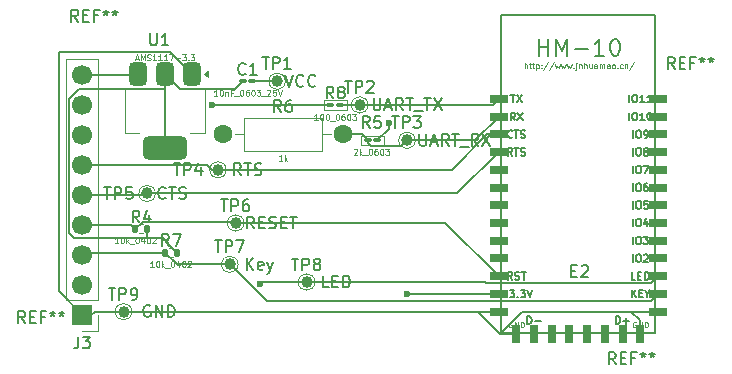
<source format=gbr>
%TF.GenerationSoftware,KiCad,Pcbnew,9.0.7-9.0.7~ubuntu24.04.1*%
%TF.CreationDate,2026-02-13T06:42:10+01:00*%
%TF.ProjectId,diagram_wirering,64696167-7261-46d5-9f77-69726572696e,rev?*%
%TF.SameCoordinates,Original*%
%TF.FileFunction,Copper,L1,Top*%
%TF.FilePolarity,Positive*%
%FSLAX46Y46*%
G04 Gerber Fmt 4.6, Leading zero omitted, Abs format (unit mm)*
G04 Created by KiCad (PCBNEW 9.0.7-9.0.7~ubuntu24.04.1) date 2026-02-13 06:42:10*
%MOMM*%
%LPD*%
G01*
G04 APERTURE LIST*
G04 Aperture macros list*
%AMRoundRect*
0 Rectangle with rounded corners*
0 $1 Rounding radius*
0 $2 $3 $4 $5 $6 $7 $8 $9 X,Y pos of 4 corners*
0 Add a 4 corners polygon primitive as box body*
4,1,4,$2,$3,$4,$5,$6,$7,$8,$9,$2,$3,0*
0 Add four circle primitives for the rounded corners*
1,1,$1+$1,$2,$3*
1,1,$1+$1,$4,$5*
1,1,$1+$1,$6,$7*
1,1,$1+$1,$8,$9*
0 Add four rect primitives between the rounded corners*
20,1,$1+$1,$2,$3,$4,$5,0*
20,1,$1+$1,$4,$5,$6,$7,0*
20,1,$1+$1,$6,$7,$8,$9,0*
20,1,$1+$1,$8,$9,$2,$3,0*%
G04 Aperture macros list end*
%TA.AperFunction,SMDPad,CuDef*%
%ADD10C,1.000000*%
%TD*%
%TA.AperFunction,SMDPad,CuDef*%
%ADD11R,1.500000X0.635000*%
%TD*%
%TA.AperFunction,SMDPad,CuDef*%
%ADD12R,0.635000X1.500000*%
%TD*%
%TA.AperFunction,SMDPad,CuDef*%
%ADD13RoundRect,0.375000X-0.375000X0.625000X-0.375000X-0.625000X0.375000X-0.625000X0.375000X0.625000X0*%
%TD*%
%TA.AperFunction,SMDPad,CuDef*%
%ADD14RoundRect,0.500000X-1.400000X0.500000X-1.400000X-0.500000X1.400000X-0.500000X1.400000X0.500000X0*%
%TD*%
%TA.AperFunction,SMDPad,CuDef*%
%ADD15RoundRect,0.100000X-0.217500X-0.100000X0.217500X-0.100000X0.217500X0.100000X-0.217500X0.100000X0*%
%TD*%
%TA.AperFunction,SMDPad,CuDef*%
%ADD16RoundRect,0.135000X-0.135000X-0.185000X0.135000X-0.185000X0.135000X0.185000X-0.135000X0.185000X0*%
%TD*%
%TA.AperFunction,ComponentPad*%
%ADD17C,1.600000*%
%TD*%
%TA.AperFunction,ComponentPad*%
%ADD18R,1.700000X1.700000*%
%TD*%
%TA.AperFunction,ComponentPad*%
%ADD19C,1.700000*%
%TD*%
%TA.AperFunction,ViaPad*%
%ADD20C,0.600000*%
%TD*%
%TA.AperFunction,Conductor*%
%ADD21C,0.200000*%
%TD*%
%ADD22C,0.150000*%
%ADD23C,0.120000*%
%ADD24C,0.100000*%
%ADD25C,0.127000*%
G04 APERTURE END LIST*
D10*
%TO.P,TP2,1,1*%
%TO.N,/breakout_board_uart/UART_TX (HM-10)*%
X84500000Y-24000000D03*
%TD*%
%TO.P,TP3,1,1*%
%TO.N,/breakout_board_uart/UART_RX (HM-10)*%
X88500000Y-27000000D03*
%TD*%
%TO.P,TP4,1,1*%
%TO.N,/breakout_board_uart/RTS (D4)*%
X72500000Y-29500000D03*
%TD*%
%TO.P,TP5,1,1*%
%TO.N,/breakout_board_uart/CTS (D5)*%
X66500000Y-31500000D03*
%TD*%
%TO.P,TP1,1,1*%
%TO.N,/breakout_board_uart/VCC (3.3V)  (HM-10)*%
X77500000Y-22000000D03*
%TD*%
D11*
%TO.P,E2,1,UART_TX*%
%TO.N,/breakout_board_uart/UART_TX (HM-10)*%
X96250000Y-23500000D03*
%TO.P,E2,2,UART_RX*%
%TO.N,/breakout_board_uart/UART_RX (HM-10)*%
X96250000Y-25000000D03*
%TO.P,E2,3,UART_CTS*%
%TO.N,/breakout_board_uart/RTS (D4)*%
X96250000Y-26500000D03*
%TO.P,E2,4,UART_RTS*%
%TO.N,/breakout_board_uart/CTS (D5)*%
X96250000Y-28000000D03*
%TO.P,E2,5,NC5*%
%TO.N,unconnected-(E2-NC5-Pad5)*%
X96250000Y-29500000D03*
%TO.P,E2,6,NC6*%
%TO.N,unconnected-(E2-NC6-Pad6)*%
X96250000Y-31000000D03*
%TO.P,E2,$7,NC7*%
%TO.N,unconnected-(E2-NC7-Pad$7)*%
X96250000Y-32500000D03*
%TO.P,E2,8,NC8*%
%TO.N,unconnected-(E2-NC8-Pad8)*%
X96250000Y-34000000D03*
%TO.P,E2,9,NC9*%
%TO.N,unconnected-(E2-NC9-Pad9)*%
X96250000Y-35500000D03*
%TO.P,E2,10,NC10*%
%TO.N,unconnected-(E2-NC10-Pad10)*%
X96250000Y-37000000D03*
%TO.P,E2,11,RESET*%
%TO.N,/breakout_board_uart/RESET (D6)*%
X96250000Y-38500000D03*
%TO.P,E2,12,+3.3V*%
%TO.N,/breakout_board_uart/VCC (3.3V)  (HM-10)*%
X96250000Y-40000000D03*
%TO.P,E2,13,GND*%
%TO.N,/breakout_board_uart/GND (ARDUINO)*%
X96250000Y-41500000D03*
D12*
%TO.P,E2,14,GND*%
X97750000Y-43375000D03*
%TO.P,E2,15,USB_D-*%
%TO.N,unconnected-(E2-USB_D--Pad15)*%
X99250000Y-43375000D03*
%TO.P,E2,16,NC16*%
%TO.N,unconnected-(E2-NC16-Pad16)*%
X100750000Y-43375000D03*
%TO.P,E2,17,NC17*%
%TO.N,unconnected-(E2-NC17-Pad17)*%
X102250000Y-43375000D03*
%TO.P,E2,18,NC18*%
%TO.N,unconnected-(E2-NC18-Pad18)*%
X103750000Y-43375000D03*
%TO.P,E2,19,NC19*%
%TO.N,unconnected-(E2-NC19-Pad19)*%
X105250000Y-43375000D03*
%TO.P,E2,20,USB_D+*%
%TO.N,unconnected-(E2-USB_D+-Pad20)*%
X106750000Y-43375000D03*
%TO.P,E2,21,GND*%
%TO.N,/breakout_board_uart/GND (ARDUINO)*%
X108250000Y-43375000D03*
D11*
%TO.P,E2,22,GND*%
X109750000Y-41500000D03*
%TO.P,E2,23,KEY*%
%TO.N,/breakout_board_uart/KEY (D7)*%
X109750000Y-40000000D03*
%TO.P,E2,24,LED*%
%TO.N,/breakout_board_uart/LED (D8)*%
X109750000Y-38500000D03*
%TO.P,E2,25,PIO2*%
%TO.N,unconnected-(E2-PIO2-Pad25)*%
X109750000Y-37000000D03*
%TO.P,E2,26,PIO3*%
%TO.N,unconnected-(E2-PIO3-Pad26)*%
X109750000Y-35500000D03*
%TO.P,E2,27,PIO4*%
%TO.N,unconnected-(E2-PIO4-Pad27)*%
X109750000Y-34000000D03*
%TO.P,E2,28,PIO5*%
%TO.N,unconnected-(E2-PIO5-Pad28)*%
X109750000Y-32500000D03*
%TO.P,E2,29,PIO6*%
%TO.N,unconnected-(E2-PIO6-Pad29)*%
X109750000Y-31000000D03*
%TO.P,E2,30,PIO7*%
%TO.N,unconnected-(E2-PIO7-Pad30)*%
X109750000Y-29500000D03*
%TO.P,E2,31,PIO8*%
%TO.N,unconnected-(E2-PIO8-Pad31)*%
X109750000Y-28000000D03*
%TO.P,E2,32,PIO9*%
%TO.N,unconnected-(E2-PIO9-Pad32)*%
X109750000Y-26500000D03*
%TO.P,E2,33,PIO10*%
%TO.N,unconnected-(E2-PIO10-Pad33)*%
X109750000Y-25000000D03*
%TO.P,E2,34,PIO11*%
%TO.N,unconnected-(E2-PIO11-Pad34)*%
X109750000Y-23500000D03*
%TD*%
D13*
%TO.P,U1,3,VI*%
%TO.N,/breakout_board_uart/VCC 3.3-7v*%
X65700000Y-21350000D03*
D14*
%TO.P,U1,2,VO*%
%TO.N,Net-(U1-VO)*%
X68000000Y-27650000D03*
D13*
X68000000Y-21350000D03*
%TO.P,U1,1,GND*%
%TO.N,/breakout_board_uart/GND (ARDUINO)*%
X70300000Y-21350000D03*
%TD*%
D10*
%TO.P,TP9,1,1*%
%TO.N,/breakout_board_uart/GND (ARDUINO)*%
X64500000Y-41500000D03*
%TD*%
%TO.P,TP8,1,1*%
%TO.N,/breakout_board_uart/LED (D8)*%
X80000000Y-39000000D03*
%TD*%
%TO.P,TP7,1,1*%
%TO.N,/breakout_board_uart/KEY (D7)*%
X73500000Y-37500000D03*
%TD*%
%TO.P,TP6,1,1*%
%TO.N,/breakout_board_uart/RESET (D6)*%
X74000000Y-34000000D03*
%TD*%
D15*
%TO.P,R8,2*%
%TO.N,/breakout_board_uart/UART_TX (HM-10)*%
X82840000Y-24000000D03*
%TO.P,R8,1*%
%TO.N,/breakout_board_uart/RX (D2)*%
X82025000Y-24000000D03*
%TD*%
D16*
%TO.P,R7,1*%
%TO.N,/breakout_board_uart/KEY (D7)*%
X67990000Y-36500000D03*
%TO.P,R7,2*%
%TO.N,Net-(U1-VO)*%
X69010000Y-36500000D03*
%TD*%
D17*
%TO.P,R6,1*%
%TO.N,/breakout_board_uart/TX (D3)*%
X72920000Y-26500000D03*
%TO.P,R6,2*%
%TO.N,/breakout_board_uart/UART_RX (HM-10)*%
X83080000Y-26500000D03*
%TD*%
D15*
%TO.P,R5,2*%
%TO.N,/breakout_board_uart/GND (ARDUINO)*%
X85975000Y-27000000D03*
%TO.P,R5,1*%
%TO.N,/breakout_board_uart/UART_RX (HM-10)*%
X85160000Y-27000000D03*
%TD*%
D16*
%TO.P,R4,1*%
%TO.N,/breakout_board_uart/RESET (D6)*%
X65490000Y-34500000D03*
%TO.P,R4,2*%
%TO.N,Net-(U1-VO)*%
X66510000Y-34500000D03*
%TD*%
D18*
%TO.P,J3,1*%
%TO.N,/breakout_board_uart/GND (ARDUINO)*%
X61000000Y-41780000D03*
D19*
%TO.P,J3,2*%
%TO.N,/breakout_board_uart/LED (D8)*%
X61000000Y-39240000D03*
%TO.P,J3,3*%
%TO.N,/breakout_board_uart/KEY (D7)*%
X61000000Y-36700000D03*
%TO.P,J3,4*%
%TO.N,/breakout_board_uart/RESET (D6)*%
X61000000Y-34160000D03*
%TO.P,J3,5*%
%TO.N,/breakout_board_uart/CTS (D5)*%
X61000000Y-31620000D03*
%TO.P,J3,6*%
%TO.N,/breakout_board_uart/RTS (D4)*%
X61000000Y-29080000D03*
%TO.P,J3,7*%
%TO.N,/breakout_board_uart/TX (D3)*%
X61000000Y-26540000D03*
%TO.P,J3,8*%
%TO.N,/breakout_board_uart/RX (D2)*%
X61000000Y-24000000D03*
%TO.P,J3,9*%
%TO.N,/breakout_board_uart/VCC 3.3-7v*%
X61000000Y-21460000D03*
%TD*%
D15*
%TO.P,C1,1*%
%TO.N,Net-(U1-VO)*%
X74592500Y-22000000D03*
%TO.P,C1,2*%
%TO.N,/breakout_board_uart/VCC (3.3V)  (HM-10)*%
X75407500Y-22000000D03*
%TD*%
D20*
%TO.N,/breakout_board_uart/LED (D8)*%
X76044265Y-39195735D03*
%TO.N,/breakout_board_uart/RX (D2)*%
X72000000Y-24000000D03*
%TO.N,/breakout_board_uart/VCC (3.3V)  (HM-10)*%
X88500000Y-40000000D03*
X77500000Y-22000000D03*
%TO.N,/breakout_board_uart/GND (ARDUINO)*%
X87000000Y-25500000D03*
X70300000Y-21350000D03*
%TD*%
D21*
%TO.N,/breakout_board_uart/GND (ARDUINO)*%
X61000000Y-41780000D02*
X59000000Y-39780000D01*
X59000000Y-39780000D02*
X59000000Y-19500000D01*
X59000000Y-19500000D02*
X68450000Y-19500000D01*
X68450000Y-19500000D02*
X70300000Y-21350000D01*
%TO.N,/breakout_board_uart/RTS (D4)*%
X96250000Y-26500000D02*
X95317100Y-26500000D01*
X95317100Y-26500000D02*
X92317100Y-29500000D01*
X92317100Y-29500000D02*
X72500000Y-29500000D01*
%TO.N,Net-(U1-VO)*%
X66500000Y-35311000D02*
X60311000Y-35311000D01*
X60311000Y-35311000D02*
X59849000Y-34849000D01*
X59849000Y-34849000D02*
X59849000Y-34636760D01*
%TO.N,/breakout_board_uart/GND (ARDUINO)*%
X109750000Y-41500000D02*
X107500000Y-41500000D01*
X108250000Y-43375000D02*
X108250000Y-42250000D01*
X108250000Y-42250000D02*
X107500000Y-41500000D01*
X107500000Y-41500000D02*
X98250000Y-41500000D01*
X98250000Y-41500000D02*
X96375000Y-43375000D01*
X64500000Y-41500000D02*
X94500000Y-41500000D01*
X97750000Y-43375000D02*
X96375000Y-43375000D01*
X96375000Y-43375000D02*
X94500000Y-41500000D01*
X94500000Y-41500000D02*
X96250000Y-41500000D01*
X87000000Y-25500000D02*
X86975000Y-25525000D01*
X86975000Y-25525000D02*
X86975000Y-26000000D01*
X86975000Y-26000000D02*
X85975000Y-27000000D01*
%TO.N,/breakout_board_uart/KEY (D7)*%
X76618500Y-40618500D02*
X109131500Y-40618500D01*
X109131500Y-40618500D02*
X109750000Y-40000000D01*
%TO.N,/breakout_board_uart/VCC (3.3V)  (HM-10)*%
X88500000Y-40000000D02*
X96250000Y-40000000D01*
%TO.N,/breakout_board_uart/LED (D8)*%
X80000000Y-39000000D02*
X95199000Y-39000000D01*
X95199000Y-39000000D02*
X95199000Y-39118500D01*
X95199000Y-39118500D02*
X109131500Y-39118500D01*
X109131500Y-39118500D02*
X109750000Y-38500000D01*
%TO.N,/breakout_board_uart/RESET (D6)*%
X96250000Y-38500000D02*
X91750000Y-34000000D01*
X91750000Y-34000000D02*
X74000000Y-34000000D01*
%TO.N,/breakout_board_uart/CTS (D5)*%
X66500000Y-31500000D02*
X92750000Y-31500000D01*
X92750000Y-31500000D02*
X96250000Y-28000000D01*
%TO.N,/breakout_board_uart/UART_RX (HM-10)*%
X85462001Y-27500000D02*
X85160000Y-27197999D01*
X85160000Y-27197999D02*
X85160000Y-27000000D01*
X88500000Y-27000000D02*
X94250000Y-27000000D01*
X94250000Y-27000000D02*
X96250000Y-25000000D01*
X88000001Y-27499999D02*
X88500000Y-27000000D01*
X85460001Y-27500000D02*
X88000001Y-27499999D01*
%TO.N,/breakout_board_uart/UART_TX (HM-10)*%
X84500000Y-24000000D02*
X95750000Y-24000000D01*
X95750000Y-24000000D02*
X96250000Y-23500000D01*
%TO.N,/breakout_board_uart/UART_RX (HM-10)*%
X85461001Y-27501000D02*
X85462001Y-27500000D01*
%TO.N,/breakout_board_uart/UART_TX (HM-10)*%
X82840000Y-24000000D02*
X84500000Y-24000000D01*
%TO.N,/breakout_board_uart/RX (D2)*%
X72000000Y-24000000D02*
X82025000Y-24000000D01*
%TO.N,/breakout_board_uart/VCC (3.3V)  (HM-10)*%
X75407500Y-22000000D02*
X77500000Y-22000000D01*
%TO.N,Net-(U1-VO)*%
X73941500Y-22651000D02*
X74592500Y-22000000D01*
X73941500Y-22651000D02*
X69301000Y-22651000D01*
X69301000Y-22651000D02*
X68000000Y-21350000D01*
%TO.N,/breakout_board_uart/GND (ARDUINO)*%
X61000000Y-41780000D02*
X61780000Y-41780000D01*
X61780000Y-41780000D02*
X62060000Y-41500000D01*
X62060000Y-41500000D02*
X64500000Y-41500000D01*
%TO.N,/breakout_board_uart/LED (D8)*%
X76044265Y-39195735D02*
X76240000Y-39000000D01*
X76240000Y-39000000D02*
X80000000Y-39000000D01*
%TO.N,/breakout_board_uart/KEY (D7)*%
X76618500Y-40618500D02*
X73500000Y-37500000D01*
X68990000Y-37500000D02*
X73500000Y-37500000D01*
%TO.N,/breakout_board_uart/RESET (D6)*%
X65490000Y-34500000D02*
X66111000Y-33879000D01*
X66111000Y-33879000D02*
X73879000Y-33879000D01*
X73879000Y-33879000D02*
X74000000Y-34000000D01*
%TO.N,Net-(U1-VO)*%
X67821000Y-35311000D02*
X66500000Y-35311000D01*
X66510000Y-35301000D02*
X66500000Y-35311000D01*
X66510000Y-34500000D02*
X66510000Y-35301000D01*
%TO.N,/breakout_board_uart/RESET (D6)*%
X61000000Y-34160000D02*
X65150000Y-34160000D01*
X65150000Y-34160000D02*
X65490000Y-34500000D01*
%TO.N,/breakout_board_uart/CTS (D5)*%
X61000000Y-31620000D02*
X66380000Y-31620000D01*
X66380000Y-31620000D02*
X66500000Y-31500000D01*
%TO.N,/breakout_board_uart/RTS (D4)*%
X72500000Y-29500000D02*
X72000000Y-29500000D01*
X71580000Y-29080000D02*
X61000000Y-29080000D01*
X72000000Y-29500000D02*
X71580000Y-29080000D01*
%TO.N,Net-(U1-VO)*%
X68000000Y-27650000D02*
X68000000Y-21350000D01*
%TO.N,/breakout_board_uart/UART_RX (HM-10)*%
X83080000Y-26500000D02*
X84660000Y-26500000D01*
X84660000Y-26500000D02*
X85160000Y-27000000D01*
%TO.N,Net-(U1-VO)*%
X60721240Y-22651000D02*
X68000000Y-22651000D01*
X68000000Y-21350000D02*
X68000000Y-22651000D01*
%TO.N,/breakout_board_uart/VCC 3.3-7v*%
X61000000Y-21460000D02*
X65590000Y-21460000D01*
X65590000Y-21460000D02*
X65700000Y-21350000D01*
%TO.N,/breakout_board_uart/KEY (D7)*%
X67990000Y-36500000D02*
X68990000Y-37500000D01*
%TO.N,/breakout_board_uart/RESET (D6)*%
X61000000Y-34160000D02*
X61160000Y-34000000D01*
%TO.N,Net-(U1-VO)*%
X59849000Y-33683240D02*
X59849000Y-23523240D01*
X59849000Y-23523240D02*
X60721240Y-22651000D01*
X59849000Y-33683240D02*
X59849000Y-34636760D01*
%TO.N,/breakout_board_uart/CTS (D5)*%
X61000000Y-31620000D02*
X61120000Y-31500000D01*
%TO.N,/breakout_board_uart/LED (D8)*%
X61000000Y-39240000D02*
X61240000Y-39000000D01*
%TO.N,/breakout_board_uart/KEY (D7)*%
X67990000Y-36500000D02*
X61200000Y-36500000D01*
X61200000Y-36500000D02*
X61000000Y-36700000D01*
%TO.N,Net-(U1-VO)*%
X69010000Y-36500000D02*
X67821000Y-35311000D01*
%TD*%
D22*
X56166666Y-42454819D02*
X55833333Y-41978628D01*
X55595238Y-42454819D02*
X55595238Y-41454819D01*
X55595238Y-41454819D02*
X55976190Y-41454819D01*
X55976190Y-41454819D02*
X56071428Y-41502438D01*
X56071428Y-41502438D02*
X56119047Y-41550057D01*
X56119047Y-41550057D02*
X56166666Y-41645295D01*
X56166666Y-41645295D02*
X56166666Y-41788152D01*
X56166666Y-41788152D02*
X56119047Y-41883390D01*
X56119047Y-41883390D02*
X56071428Y-41931009D01*
X56071428Y-41931009D02*
X55976190Y-41978628D01*
X55976190Y-41978628D02*
X55595238Y-41978628D01*
X56595238Y-41931009D02*
X56928571Y-41931009D01*
X57071428Y-42454819D02*
X56595238Y-42454819D01*
X56595238Y-42454819D02*
X56595238Y-41454819D01*
X56595238Y-41454819D02*
X57071428Y-41454819D01*
X57833333Y-41931009D02*
X57500000Y-41931009D01*
X57500000Y-42454819D02*
X57500000Y-41454819D01*
X57500000Y-41454819D02*
X57976190Y-41454819D01*
X58500000Y-41454819D02*
X58500000Y-41692914D01*
X58261905Y-41597676D02*
X58500000Y-41692914D01*
X58500000Y-41692914D02*
X58738095Y-41597676D01*
X58357143Y-41883390D02*
X58500000Y-41692914D01*
X58500000Y-41692914D02*
X58642857Y-41883390D01*
X59261905Y-41454819D02*
X59261905Y-41692914D01*
X59023810Y-41597676D02*
X59261905Y-41692914D01*
X59261905Y-41692914D02*
X59500000Y-41597676D01*
X59119048Y-41883390D02*
X59261905Y-41692914D01*
X59261905Y-41692914D02*
X59404762Y-41883390D01*
X106166666Y-45954819D02*
X105833333Y-45478628D01*
X105595238Y-45954819D02*
X105595238Y-44954819D01*
X105595238Y-44954819D02*
X105976190Y-44954819D01*
X105976190Y-44954819D02*
X106071428Y-45002438D01*
X106071428Y-45002438D02*
X106119047Y-45050057D01*
X106119047Y-45050057D02*
X106166666Y-45145295D01*
X106166666Y-45145295D02*
X106166666Y-45288152D01*
X106166666Y-45288152D02*
X106119047Y-45383390D01*
X106119047Y-45383390D02*
X106071428Y-45431009D01*
X106071428Y-45431009D02*
X105976190Y-45478628D01*
X105976190Y-45478628D02*
X105595238Y-45478628D01*
X106595238Y-45431009D02*
X106928571Y-45431009D01*
X107071428Y-45954819D02*
X106595238Y-45954819D01*
X106595238Y-45954819D02*
X106595238Y-44954819D01*
X106595238Y-44954819D02*
X107071428Y-44954819D01*
X107833333Y-45431009D02*
X107500000Y-45431009D01*
X107500000Y-45954819D02*
X107500000Y-44954819D01*
X107500000Y-44954819D02*
X107976190Y-44954819D01*
X108500000Y-44954819D02*
X108500000Y-45192914D01*
X108261905Y-45097676D02*
X108500000Y-45192914D01*
X108500000Y-45192914D02*
X108738095Y-45097676D01*
X108357143Y-45383390D02*
X108500000Y-45192914D01*
X108500000Y-45192914D02*
X108642857Y-45383390D01*
X109261905Y-44954819D02*
X109261905Y-45192914D01*
X109023810Y-45097676D02*
X109261905Y-45192914D01*
X109261905Y-45192914D02*
X109500000Y-45097676D01*
X109119048Y-45383390D02*
X109261905Y-45192914D01*
X109261905Y-45192914D02*
X109404762Y-45383390D01*
X111166666Y-20954819D02*
X110833333Y-20478628D01*
X110595238Y-20954819D02*
X110595238Y-19954819D01*
X110595238Y-19954819D02*
X110976190Y-19954819D01*
X110976190Y-19954819D02*
X111071428Y-20002438D01*
X111071428Y-20002438D02*
X111119047Y-20050057D01*
X111119047Y-20050057D02*
X111166666Y-20145295D01*
X111166666Y-20145295D02*
X111166666Y-20288152D01*
X111166666Y-20288152D02*
X111119047Y-20383390D01*
X111119047Y-20383390D02*
X111071428Y-20431009D01*
X111071428Y-20431009D02*
X110976190Y-20478628D01*
X110976190Y-20478628D02*
X110595238Y-20478628D01*
X111595238Y-20431009D02*
X111928571Y-20431009D01*
X112071428Y-20954819D02*
X111595238Y-20954819D01*
X111595238Y-20954819D02*
X111595238Y-19954819D01*
X111595238Y-19954819D02*
X112071428Y-19954819D01*
X112833333Y-20431009D02*
X112500000Y-20431009D01*
X112500000Y-20954819D02*
X112500000Y-19954819D01*
X112500000Y-19954819D02*
X112976190Y-19954819D01*
X113500000Y-19954819D02*
X113500000Y-20192914D01*
X113261905Y-20097676D02*
X113500000Y-20192914D01*
X113500000Y-20192914D02*
X113738095Y-20097676D01*
X113357143Y-20383390D02*
X113500000Y-20192914D01*
X113500000Y-20192914D02*
X113642857Y-20383390D01*
X114261905Y-19954819D02*
X114261905Y-20192914D01*
X114023810Y-20097676D02*
X114261905Y-20192914D01*
X114261905Y-20192914D02*
X114500000Y-20097676D01*
X114119048Y-20383390D02*
X114261905Y-20192914D01*
X114261905Y-20192914D02*
X114404762Y-20383390D01*
X60666666Y-16954819D02*
X60333333Y-16478628D01*
X60095238Y-16954819D02*
X60095238Y-15954819D01*
X60095238Y-15954819D02*
X60476190Y-15954819D01*
X60476190Y-15954819D02*
X60571428Y-16002438D01*
X60571428Y-16002438D02*
X60619047Y-16050057D01*
X60619047Y-16050057D02*
X60666666Y-16145295D01*
X60666666Y-16145295D02*
X60666666Y-16288152D01*
X60666666Y-16288152D02*
X60619047Y-16383390D01*
X60619047Y-16383390D02*
X60571428Y-16431009D01*
X60571428Y-16431009D02*
X60476190Y-16478628D01*
X60476190Y-16478628D02*
X60095238Y-16478628D01*
X61095238Y-16431009D02*
X61428571Y-16431009D01*
X61571428Y-16954819D02*
X61095238Y-16954819D01*
X61095238Y-16954819D02*
X61095238Y-15954819D01*
X61095238Y-15954819D02*
X61571428Y-15954819D01*
X62333333Y-16431009D02*
X62000000Y-16431009D01*
X62000000Y-16954819D02*
X62000000Y-15954819D01*
X62000000Y-15954819D02*
X62476190Y-15954819D01*
X63000000Y-15954819D02*
X63000000Y-16192914D01*
X62761905Y-16097676D02*
X63000000Y-16192914D01*
X63000000Y-16192914D02*
X63238095Y-16097676D01*
X62857143Y-16383390D02*
X63000000Y-16192914D01*
X63000000Y-16192914D02*
X63142857Y-16383390D01*
X63761905Y-15954819D02*
X63761905Y-16192914D01*
X63523810Y-16097676D02*
X63761905Y-16192914D01*
X63761905Y-16192914D02*
X64000000Y-16097676D01*
X63619048Y-16383390D02*
X63761905Y-16192914D01*
X63761905Y-16192914D02*
X63904762Y-16383390D01*
X83238095Y-21956819D02*
X83809523Y-21956819D01*
X83523809Y-22956819D02*
X83523809Y-21956819D01*
X84142857Y-22956819D02*
X84142857Y-21956819D01*
X84142857Y-21956819D02*
X84523809Y-21956819D01*
X84523809Y-21956819D02*
X84619047Y-22004438D01*
X84619047Y-22004438D02*
X84666666Y-22052057D01*
X84666666Y-22052057D02*
X84714285Y-22147295D01*
X84714285Y-22147295D02*
X84714285Y-22290152D01*
X84714285Y-22290152D02*
X84666666Y-22385390D01*
X84666666Y-22385390D02*
X84619047Y-22433009D01*
X84619047Y-22433009D02*
X84523809Y-22480628D01*
X84523809Y-22480628D02*
X84142857Y-22480628D01*
X85095238Y-22052057D02*
X85142857Y-22004438D01*
X85142857Y-22004438D02*
X85238095Y-21956819D01*
X85238095Y-21956819D02*
X85476190Y-21956819D01*
X85476190Y-21956819D02*
X85571428Y-22004438D01*
X85571428Y-22004438D02*
X85619047Y-22052057D01*
X85619047Y-22052057D02*
X85666666Y-22147295D01*
X85666666Y-22147295D02*
X85666666Y-22242533D01*
X85666666Y-22242533D02*
X85619047Y-22385390D01*
X85619047Y-22385390D02*
X85047619Y-22956819D01*
X85047619Y-22956819D02*
X85666666Y-22956819D01*
X85666666Y-23454819D02*
X85666666Y-24264342D01*
X85666666Y-24264342D02*
X85714285Y-24359580D01*
X85714285Y-24359580D02*
X85761904Y-24407200D01*
X85761904Y-24407200D02*
X85857142Y-24454819D01*
X85857142Y-24454819D02*
X86047618Y-24454819D01*
X86047618Y-24454819D02*
X86142856Y-24407200D01*
X86142856Y-24407200D02*
X86190475Y-24359580D01*
X86190475Y-24359580D02*
X86238094Y-24264342D01*
X86238094Y-24264342D02*
X86238094Y-23454819D01*
X86666666Y-24169104D02*
X87142856Y-24169104D01*
X86571428Y-24454819D02*
X86904761Y-23454819D01*
X86904761Y-23454819D02*
X87238094Y-24454819D01*
X88142856Y-24454819D02*
X87809523Y-23978628D01*
X87571428Y-24454819D02*
X87571428Y-23454819D01*
X87571428Y-23454819D02*
X87952380Y-23454819D01*
X87952380Y-23454819D02*
X88047618Y-23502438D01*
X88047618Y-23502438D02*
X88095237Y-23550057D01*
X88095237Y-23550057D02*
X88142856Y-23645295D01*
X88142856Y-23645295D02*
X88142856Y-23788152D01*
X88142856Y-23788152D02*
X88095237Y-23883390D01*
X88095237Y-23883390D02*
X88047618Y-23931009D01*
X88047618Y-23931009D02*
X87952380Y-23978628D01*
X87952380Y-23978628D02*
X87571428Y-23978628D01*
X88428571Y-23454819D02*
X88999999Y-23454819D01*
X88714285Y-24454819D02*
X88714285Y-23454819D01*
X89095238Y-24550057D02*
X89857142Y-24550057D01*
X89952381Y-23454819D02*
X90523809Y-23454819D01*
X90238095Y-24454819D02*
X90238095Y-23454819D01*
X90761905Y-23454819D02*
X91428571Y-24454819D01*
X91428571Y-23454819D02*
X90761905Y-24454819D01*
X87238095Y-24956819D02*
X87809523Y-24956819D01*
X87523809Y-25956819D02*
X87523809Y-24956819D01*
X88142857Y-25956819D02*
X88142857Y-24956819D01*
X88142857Y-24956819D02*
X88523809Y-24956819D01*
X88523809Y-24956819D02*
X88619047Y-25004438D01*
X88619047Y-25004438D02*
X88666666Y-25052057D01*
X88666666Y-25052057D02*
X88714285Y-25147295D01*
X88714285Y-25147295D02*
X88714285Y-25290152D01*
X88714285Y-25290152D02*
X88666666Y-25385390D01*
X88666666Y-25385390D02*
X88619047Y-25433009D01*
X88619047Y-25433009D02*
X88523809Y-25480628D01*
X88523809Y-25480628D02*
X88142857Y-25480628D01*
X89047619Y-24956819D02*
X89666666Y-24956819D01*
X89666666Y-24956819D02*
X89333333Y-25337771D01*
X89333333Y-25337771D02*
X89476190Y-25337771D01*
X89476190Y-25337771D02*
X89571428Y-25385390D01*
X89571428Y-25385390D02*
X89619047Y-25433009D01*
X89619047Y-25433009D02*
X89666666Y-25528247D01*
X89666666Y-25528247D02*
X89666666Y-25766342D01*
X89666666Y-25766342D02*
X89619047Y-25861580D01*
X89619047Y-25861580D02*
X89571428Y-25909200D01*
X89571428Y-25909200D02*
X89476190Y-25956819D01*
X89476190Y-25956819D02*
X89190476Y-25956819D01*
X89190476Y-25956819D02*
X89095238Y-25909200D01*
X89095238Y-25909200D02*
X89047619Y-25861580D01*
X89547619Y-26454819D02*
X89547619Y-27264342D01*
X89547619Y-27264342D02*
X89595238Y-27359580D01*
X89595238Y-27359580D02*
X89642857Y-27407200D01*
X89642857Y-27407200D02*
X89738095Y-27454819D01*
X89738095Y-27454819D02*
X89928571Y-27454819D01*
X89928571Y-27454819D02*
X90023809Y-27407200D01*
X90023809Y-27407200D02*
X90071428Y-27359580D01*
X90071428Y-27359580D02*
X90119047Y-27264342D01*
X90119047Y-27264342D02*
X90119047Y-26454819D01*
X90547619Y-27169104D02*
X91023809Y-27169104D01*
X90452381Y-27454819D02*
X90785714Y-26454819D01*
X90785714Y-26454819D02*
X91119047Y-27454819D01*
X92023809Y-27454819D02*
X91690476Y-26978628D01*
X91452381Y-27454819D02*
X91452381Y-26454819D01*
X91452381Y-26454819D02*
X91833333Y-26454819D01*
X91833333Y-26454819D02*
X91928571Y-26502438D01*
X91928571Y-26502438D02*
X91976190Y-26550057D01*
X91976190Y-26550057D02*
X92023809Y-26645295D01*
X92023809Y-26645295D02*
X92023809Y-26788152D01*
X92023809Y-26788152D02*
X91976190Y-26883390D01*
X91976190Y-26883390D02*
X91928571Y-26931009D01*
X91928571Y-26931009D02*
X91833333Y-26978628D01*
X91833333Y-26978628D02*
X91452381Y-26978628D01*
X92309524Y-26454819D02*
X92880952Y-26454819D01*
X92595238Y-27454819D02*
X92595238Y-26454819D01*
X92976191Y-27550057D02*
X93738095Y-27550057D01*
X94547619Y-27454819D02*
X94214286Y-26978628D01*
X93976191Y-27454819D02*
X93976191Y-26454819D01*
X93976191Y-26454819D02*
X94357143Y-26454819D01*
X94357143Y-26454819D02*
X94452381Y-26502438D01*
X94452381Y-26502438D02*
X94500000Y-26550057D01*
X94500000Y-26550057D02*
X94547619Y-26645295D01*
X94547619Y-26645295D02*
X94547619Y-26788152D01*
X94547619Y-26788152D02*
X94500000Y-26883390D01*
X94500000Y-26883390D02*
X94452381Y-26931009D01*
X94452381Y-26931009D02*
X94357143Y-26978628D01*
X94357143Y-26978628D02*
X93976191Y-26978628D01*
X94880953Y-26454819D02*
X95547619Y-27454819D01*
X95547619Y-26454819D02*
X94880953Y-27454819D01*
X68738095Y-28956819D02*
X69309523Y-28956819D01*
X69023809Y-29956819D02*
X69023809Y-28956819D01*
X69642857Y-29956819D02*
X69642857Y-28956819D01*
X69642857Y-28956819D02*
X70023809Y-28956819D01*
X70023809Y-28956819D02*
X70119047Y-29004438D01*
X70119047Y-29004438D02*
X70166666Y-29052057D01*
X70166666Y-29052057D02*
X70214285Y-29147295D01*
X70214285Y-29147295D02*
X70214285Y-29290152D01*
X70214285Y-29290152D02*
X70166666Y-29385390D01*
X70166666Y-29385390D02*
X70119047Y-29433009D01*
X70119047Y-29433009D02*
X70023809Y-29480628D01*
X70023809Y-29480628D02*
X69642857Y-29480628D01*
X71071428Y-29290152D02*
X71071428Y-29956819D01*
X70833333Y-28909200D02*
X70595238Y-29623485D01*
X70595238Y-29623485D02*
X71214285Y-29623485D01*
X74452380Y-29954819D02*
X74119047Y-29478628D01*
X73880952Y-29954819D02*
X73880952Y-28954819D01*
X73880952Y-28954819D02*
X74261904Y-28954819D01*
X74261904Y-28954819D02*
X74357142Y-29002438D01*
X74357142Y-29002438D02*
X74404761Y-29050057D01*
X74404761Y-29050057D02*
X74452380Y-29145295D01*
X74452380Y-29145295D02*
X74452380Y-29288152D01*
X74452380Y-29288152D02*
X74404761Y-29383390D01*
X74404761Y-29383390D02*
X74357142Y-29431009D01*
X74357142Y-29431009D02*
X74261904Y-29478628D01*
X74261904Y-29478628D02*
X73880952Y-29478628D01*
X74738095Y-28954819D02*
X75309523Y-28954819D01*
X75023809Y-29954819D02*
X75023809Y-28954819D01*
X75595238Y-29907200D02*
X75738095Y-29954819D01*
X75738095Y-29954819D02*
X75976190Y-29954819D01*
X75976190Y-29954819D02*
X76071428Y-29907200D01*
X76071428Y-29907200D02*
X76119047Y-29859580D01*
X76119047Y-29859580D02*
X76166666Y-29764342D01*
X76166666Y-29764342D02*
X76166666Y-29669104D01*
X76166666Y-29669104D02*
X76119047Y-29573866D01*
X76119047Y-29573866D02*
X76071428Y-29526247D01*
X76071428Y-29526247D02*
X75976190Y-29478628D01*
X75976190Y-29478628D02*
X75785714Y-29431009D01*
X75785714Y-29431009D02*
X75690476Y-29383390D01*
X75690476Y-29383390D02*
X75642857Y-29335771D01*
X75642857Y-29335771D02*
X75595238Y-29240533D01*
X75595238Y-29240533D02*
X75595238Y-29145295D01*
X75595238Y-29145295D02*
X75642857Y-29050057D01*
X75642857Y-29050057D02*
X75690476Y-29002438D01*
X75690476Y-29002438D02*
X75785714Y-28954819D01*
X75785714Y-28954819D02*
X76023809Y-28954819D01*
X76023809Y-28954819D02*
X76166666Y-29002438D01*
X62846366Y-30956819D02*
X63417794Y-30956819D01*
X63132080Y-31956819D02*
X63132080Y-30956819D01*
X63751128Y-31956819D02*
X63751128Y-30956819D01*
X63751128Y-30956819D02*
X64132080Y-30956819D01*
X64132080Y-30956819D02*
X64227318Y-31004438D01*
X64227318Y-31004438D02*
X64274937Y-31052057D01*
X64274937Y-31052057D02*
X64322556Y-31147295D01*
X64322556Y-31147295D02*
X64322556Y-31290152D01*
X64322556Y-31290152D02*
X64274937Y-31385390D01*
X64274937Y-31385390D02*
X64227318Y-31433009D01*
X64227318Y-31433009D02*
X64132080Y-31480628D01*
X64132080Y-31480628D02*
X63751128Y-31480628D01*
X65227318Y-30956819D02*
X64751128Y-30956819D01*
X64751128Y-30956819D02*
X64703509Y-31433009D01*
X64703509Y-31433009D02*
X64751128Y-31385390D01*
X64751128Y-31385390D02*
X64846366Y-31337771D01*
X64846366Y-31337771D02*
X65084461Y-31337771D01*
X65084461Y-31337771D02*
X65179699Y-31385390D01*
X65179699Y-31385390D02*
X65227318Y-31433009D01*
X65227318Y-31433009D02*
X65274937Y-31528247D01*
X65274937Y-31528247D02*
X65274937Y-31766342D01*
X65274937Y-31766342D02*
X65227318Y-31861580D01*
X65227318Y-31861580D02*
X65179699Y-31909200D01*
X65179699Y-31909200D02*
X65084461Y-31956819D01*
X65084461Y-31956819D02*
X64846366Y-31956819D01*
X64846366Y-31956819D02*
X64751128Y-31909200D01*
X64751128Y-31909200D02*
X64703509Y-31861580D01*
X68060651Y-31859580D02*
X68013032Y-31907200D01*
X68013032Y-31907200D02*
X67870175Y-31954819D01*
X67870175Y-31954819D02*
X67774937Y-31954819D01*
X67774937Y-31954819D02*
X67632080Y-31907200D01*
X67632080Y-31907200D02*
X67536842Y-31811961D01*
X67536842Y-31811961D02*
X67489223Y-31716723D01*
X67489223Y-31716723D02*
X67441604Y-31526247D01*
X67441604Y-31526247D02*
X67441604Y-31383390D01*
X67441604Y-31383390D02*
X67489223Y-31192914D01*
X67489223Y-31192914D02*
X67536842Y-31097676D01*
X67536842Y-31097676D02*
X67632080Y-31002438D01*
X67632080Y-31002438D02*
X67774937Y-30954819D01*
X67774937Y-30954819D02*
X67870175Y-30954819D01*
X67870175Y-30954819D02*
X68013032Y-31002438D01*
X68013032Y-31002438D02*
X68060651Y-31050057D01*
X68346366Y-30954819D02*
X68917794Y-30954819D01*
X68632080Y-31954819D02*
X68632080Y-30954819D01*
X69203509Y-31907200D02*
X69346366Y-31954819D01*
X69346366Y-31954819D02*
X69584461Y-31954819D01*
X69584461Y-31954819D02*
X69679699Y-31907200D01*
X69679699Y-31907200D02*
X69727318Y-31859580D01*
X69727318Y-31859580D02*
X69774937Y-31764342D01*
X69774937Y-31764342D02*
X69774937Y-31669104D01*
X69774937Y-31669104D02*
X69727318Y-31573866D01*
X69727318Y-31573866D02*
X69679699Y-31526247D01*
X69679699Y-31526247D02*
X69584461Y-31478628D01*
X69584461Y-31478628D02*
X69393985Y-31431009D01*
X69393985Y-31431009D02*
X69298747Y-31383390D01*
X69298747Y-31383390D02*
X69251128Y-31335771D01*
X69251128Y-31335771D02*
X69203509Y-31240533D01*
X69203509Y-31240533D02*
X69203509Y-31145295D01*
X69203509Y-31145295D02*
X69251128Y-31050057D01*
X69251128Y-31050057D02*
X69298747Y-31002438D01*
X69298747Y-31002438D02*
X69393985Y-30954819D01*
X69393985Y-30954819D02*
X69632080Y-30954819D01*
X69632080Y-30954819D02*
X69774937Y-31002438D01*
X76238095Y-19954819D02*
X76809523Y-19954819D01*
X76523809Y-20954819D02*
X76523809Y-19954819D01*
X77142857Y-20954819D02*
X77142857Y-19954819D01*
X77142857Y-19954819D02*
X77523809Y-19954819D01*
X77523809Y-19954819D02*
X77619047Y-20002438D01*
X77619047Y-20002438D02*
X77666666Y-20050057D01*
X77666666Y-20050057D02*
X77714285Y-20145295D01*
X77714285Y-20145295D02*
X77714285Y-20288152D01*
X77714285Y-20288152D02*
X77666666Y-20383390D01*
X77666666Y-20383390D02*
X77619047Y-20431009D01*
X77619047Y-20431009D02*
X77523809Y-20478628D01*
X77523809Y-20478628D02*
X77142857Y-20478628D01*
X78666666Y-20954819D02*
X78095238Y-20954819D01*
X78380952Y-20954819D02*
X78380952Y-19954819D01*
X78380952Y-19954819D02*
X78285714Y-20097676D01*
X78285714Y-20097676D02*
X78190476Y-20192914D01*
X78190476Y-20192914D02*
X78095238Y-20240533D01*
X78166667Y-21454819D02*
X78500000Y-22454819D01*
X78500000Y-22454819D02*
X78833333Y-21454819D01*
X79738095Y-22359580D02*
X79690476Y-22407200D01*
X79690476Y-22407200D02*
X79547619Y-22454819D01*
X79547619Y-22454819D02*
X79452381Y-22454819D01*
X79452381Y-22454819D02*
X79309524Y-22407200D01*
X79309524Y-22407200D02*
X79214286Y-22311961D01*
X79214286Y-22311961D02*
X79166667Y-22216723D01*
X79166667Y-22216723D02*
X79119048Y-22026247D01*
X79119048Y-22026247D02*
X79119048Y-21883390D01*
X79119048Y-21883390D02*
X79166667Y-21692914D01*
X79166667Y-21692914D02*
X79214286Y-21597676D01*
X79214286Y-21597676D02*
X79309524Y-21502438D01*
X79309524Y-21502438D02*
X79452381Y-21454819D01*
X79452381Y-21454819D02*
X79547619Y-21454819D01*
X79547619Y-21454819D02*
X79690476Y-21502438D01*
X79690476Y-21502438D02*
X79738095Y-21550057D01*
X80738095Y-22359580D02*
X80690476Y-22407200D01*
X80690476Y-22407200D02*
X80547619Y-22454819D01*
X80547619Y-22454819D02*
X80452381Y-22454819D01*
X80452381Y-22454819D02*
X80309524Y-22407200D01*
X80309524Y-22407200D02*
X80214286Y-22311961D01*
X80214286Y-22311961D02*
X80166667Y-22216723D01*
X80166667Y-22216723D02*
X80119048Y-22026247D01*
X80119048Y-22026247D02*
X80119048Y-21883390D01*
X80119048Y-21883390D02*
X80166667Y-21692914D01*
X80166667Y-21692914D02*
X80214286Y-21597676D01*
X80214286Y-21597676D02*
X80309524Y-21502438D01*
X80309524Y-21502438D02*
X80452381Y-21454819D01*
X80452381Y-21454819D02*
X80547619Y-21454819D01*
X80547619Y-21454819D02*
X80690476Y-21502438D01*
X80690476Y-21502438D02*
X80738095Y-21550057D01*
X102424524Y-38036009D02*
X102757857Y-38036009D01*
X102900714Y-38559819D02*
X102424524Y-38559819D01*
X102424524Y-38559819D02*
X102424524Y-37559819D01*
X102424524Y-37559819D02*
X102900714Y-37559819D01*
X103281667Y-37655057D02*
X103329286Y-37607438D01*
X103329286Y-37607438D02*
X103424524Y-37559819D01*
X103424524Y-37559819D02*
X103662619Y-37559819D01*
X103662619Y-37559819D02*
X103757857Y-37607438D01*
X103757857Y-37607438D02*
X103805476Y-37655057D01*
X103805476Y-37655057D02*
X103853095Y-37750295D01*
X103853095Y-37750295D02*
X103853095Y-37845533D01*
X103853095Y-37845533D02*
X103805476Y-37988390D01*
X103805476Y-37988390D02*
X103234048Y-38559819D01*
X103234048Y-38559819D02*
X103853095Y-38559819D01*
D23*
X98454285Y-20895817D02*
X98454285Y-20415817D01*
X98660000Y-20895817D02*
X98660000Y-20644388D01*
X98660000Y-20644388D02*
X98637142Y-20598674D01*
X98637142Y-20598674D02*
X98591428Y-20575817D01*
X98591428Y-20575817D02*
X98522857Y-20575817D01*
X98522857Y-20575817D02*
X98477142Y-20598674D01*
X98477142Y-20598674D02*
X98454285Y-20621531D01*
X98820000Y-20575817D02*
X99002857Y-20575817D01*
X98888571Y-20415817D02*
X98888571Y-20827245D01*
X98888571Y-20827245D02*
X98911428Y-20872960D01*
X98911428Y-20872960D02*
X98957143Y-20895817D01*
X98957143Y-20895817D02*
X99002857Y-20895817D01*
X99094286Y-20575817D02*
X99277143Y-20575817D01*
X99162857Y-20415817D02*
X99162857Y-20827245D01*
X99162857Y-20827245D02*
X99185714Y-20872960D01*
X99185714Y-20872960D02*
X99231429Y-20895817D01*
X99231429Y-20895817D02*
X99277143Y-20895817D01*
X99437143Y-20575817D02*
X99437143Y-21055817D01*
X99437143Y-20598674D02*
X99482858Y-20575817D01*
X99482858Y-20575817D02*
X99574286Y-20575817D01*
X99574286Y-20575817D02*
X99620000Y-20598674D01*
X99620000Y-20598674D02*
X99642858Y-20621531D01*
X99642858Y-20621531D02*
X99665715Y-20667245D01*
X99665715Y-20667245D02*
X99665715Y-20804388D01*
X99665715Y-20804388D02*
X99642858Y-20850102D01*
X99642858Y-20850102D02*
X99620000Y-20872960D01*
X99620000Y-20872960D02*
X99574286Y-20895817D01*
X99574286Y-20895817D02*
X99482858Y-20895817D01*
X99482858Y-20895817D02*
X99437143Y-20872960D01*
X99871429Y-20850102D02*
X99894286Y-20872960D01*
X99894286Y-20872960D02*
X99871429Y-20895817D01*
X99871429Y-20895817D02*
X99848572Y-20872960D01*
X99848572Y-20872960D02*
X99871429Y-20850102D01*
X99871429Y-20850102D02*
X99871429Y-20895817D01*
X99871429Y-20598674D02*
X99894286Y-20621531D01*
X99894286Y-20621531D02*
X99871429Y-20644388D01*
X99871429Y-20644388D02*
X99848572Y-20621531D01*
X99848572Y-20621531D02*
X99871429Y-20598674D01*
X99871429Y-20598674D02*
X99871429Y-20644388D01*
X100442857Y-20392960D02*
X100031429Y-21010102D01*
X100945714Y-20392960D02*
X100534286Y-21010102D01*
X101060000Y-20575817D02*
X101151429Y-20895817D01*
X101151429Y-20895817D02*
X101242857Y-20667245D01*
X101242857Y-20667245D02*
X101334286Y-20895817D01*
X101334286Y-20895817D02*
X101425714Y-20575817D01*
X101562857Y-20575817D02*
X101654286Y-20895817D01*
X101654286Y-20895817D02*
X101745714Y-20667245D01*
X101745714Y-20667245D02*
X101837143Y-20895817D01*
X101837143Y-20895817D02*
X101928571Y-20575817D01*
X102065714Y-20575817D02*
X102157143Y-20895817D01*
X102157143Y-20895817D02*
X102248571Y-20667245D01*
X102248571Y-20667245D02*
X102340000Y-20895817D01*
X102340000Y-20895817D02*
X102431428Y-20575817D01*
X102614285Y-20850102D02*
X102637142Y-20872960D01*
X102637142Y-20872960D02*
X102614285Y-20895817D01*
X102614285Y-20895817D02*
X102591428Y-20872960D01*
X102591428Y-20872960D02*
X102614285Y-20850102D01*
X102614285Y-20850102D02*
X102614285Y-20895817D01*
X102842856Y-20575817D02*
X102842856Y-20987245D01*
X102842856Y-20987245D02*
X102819999Y-21032960D01*
X102819999Y-21032960D02*
X102774285Y-21055817D01*
X102774285Y-21055817D02*
X102751428Y-21055817D01*
X102842856Y-20415817D02*
X102819999Y-20438674D01*
X102819999Y-20438674D02*
X102842856Y-20461531D01*
X102842856Y-20461531D02*
X102865713Y-20438674D01*
X102865713Y-20438674D02*
X102842856Y-20415817D01*
X102842856Y-20415817D02*
X102842856Y-20461531D01*
X103071427Y-20575817D02*
X103071427Y-20895817D01*
X103071427Y-20621531D02*
X103094284Y-20598674D01*
X103094284Y-20598674D02*
X103139999Y-20575817D01*
X103139999Y-20575817D02*
X103208570Y-20575817D01*
X103208570Y-20575817D02*
X103254284Y-20598674D01*
X103254284Y-20598674D02*
X103277142Y-20644388D01*
X103277142Y-20644388D02*
X103277142Y-20895817D01*
X103505713Y-20895817D02*
X103505713Y-20415817D01*
X103711428Y-20895817D02*
X103711428Y-20644388D01*
X103711428Y-20644388D02*
X103688570Y-20598674D01*
X103688570Y-20598674D02*
X103642856Y-20575817D01*
X103642856Y-20575817D02*
X103574285Y-20575817D01*
X103574285Y-20575817D02*
X103528570Y-20598674D01*
X103528570Y-20598674D02*
X103505713Y-20621531D01*
X104145714Y-20575817D02*
X104145714Y-20895817D01*
X103939999Y-20575817D02*
X103939999Y-20827245D01*
X103939999Y-20827245D02*
X103962856Y-20872960D01*
X103962856Y-20872960D02*
X104008571Y-20895817D01*
X104008571Y-20895817D02*
X104077142Y-20895817D01*
X104077142Y-20895817D02*
X104122856Y-20872960D01*
X104122856Y-20872960D02*
X104145714Y-20850102D01*
X104580000Y-20895817D02*
X104580000Y-20644388D01*
X104580000Y-20644388D02*
X104557142Y-20598674D01*
X104557142Y-20598674D02*
X104511428Y-20575817D01*
X104511428Y-20575817D02*
X104420000Y-20575817D01*
X104420000Y-20575817D02*
X104374285Y-20598674D01*
X104580000Y-20872960D02*
X104534285Y-20895817D01*
X104534285Y-20895817D02*
X104420000Y-20895817D01*
X104420000Y-20895817D02*
X104374285Y-20872960D01*
X104374285Y-20872960D02*
X104351428Y-20827245D01*
X104351428Y-20827245D02*
X104351428Y-20781531D01*
X104351428Y-20781531D02*
X104374285Y-20735817D01*
X104374285Y-20735817D02*
X104420000Y-20712960D01*
X104420000Y-20712960D02*
X104534285Y-20712960D01*
X104534285Y-20712960D02*
X104580000Y-20690102D01*
X104808571Y-20895817D02*
X104808571Y-20575817D01*
X104808571Y-20621531D02*
X104831428Y-20598674D01*
X104831428Y-20598674D02*
X104877143Y-20575817D01*
X104877143Y-20575817D02*
X104945714Y-20575817D01*
X104945714Y-20575817D02*
X104991428Y-20598674D01*
X104991428Y-20598674D02*
X105014286Y-20644388D01*
X105014286Y-20644388D02*
X105014286Y-20895817D01*
X105014286Y-20644388D02*
X105037143Y-20598674D01*
X105037143Y-20598674D02*
X105082857Y-20575817D01*
X105082857Y-20575817D02*
X105151428Y-20575817D01*
X105151428Y-20575817D02*
X105197143Y-20598674D01*
X105197143Y-20598674D02*
X105220000Y-20644388D01*
X105220000Y-20644388D02*
X105220000Y-20895817D01*
X105654286Y-20895817D02*
X105654286Y-20644388D01*
X105654286Y-20644388D02*
X105631428Y-20598674D01*
X105631428Y-20598674D02*
X105585714Y-20575817D01*
X105585714Y-20575817D02*
X105494286Y-20575817D01*
X105494286Y-20575817D02*
X105448571Y-20598674D01*
X105654286Y-20872960D02*
X105608571Y-20895817D01*
X105608571Y-20895817D02*
X105494286Y-20895817D01*
X105494286Y-20895817D02*
X105448571Y-20872960D01*
X105448571Y-20872960D02*
X105425714Y-20827245D01*
X105425714Y-20827245D02*
X105425714Y-20781531D01*
X105425714Y-20781531D02*
X105448571Y-20735817D01*
X105448571Y-20735817D02*
X105494286Y-20712960D01*
X105494286Y-20712960D02*
X105608571Y-20712960D01*
X105608571Y-20712960D02*
X105654286Y-20690102D01*
X105951429Y-20895817D02*
X105905714Y-20872960D01*
X105905714Y-20872960D02*
X105882857Y-20850102D01*
X105882857Y-20850102D02*
X105860000Y-20804388D01*
X105860000Y-20804388D02*
X105860000Y-20667245D01*
X105860000Y-20667245D02*
X105882857Y-20621531D01*
X105882857Y-20621531D02*
X105905714Y-20598674D01*
X105905714Y-20598674D02*
X105951429Y-20575817D01*
X105951429Y-20575817D02*
X106020000Y-20575817D01*
X106020000Y-20575817D02*
X106065714Y-20598674D01*
X106065714Y-20598674D02*
X106088572Y-20621531D01*
X106088572Y-20621531D02*
X106111429Y-20667245D01*
X106111429Y-20667245D02*
X106111429Y-20804388D01*
X106111429Y-20804388D02*
X106088572Y-20850102D01*
X106088572Y-20850102D02*
X106065714Y-20872960D01*
X106065714Y-20872960D02*
X106020000Y-20895817D01*
X106020000Y-20895817D02*
X105951429Y-20895817D01*
X106317143Y-20850102D02*
X106340000Y-20872960D01*
X106340000Y-20872960D02*
X106317143Y-20895817D01*
X106317143Y-20895817D02*
X106294286Y-20872960D01*
X106294286Y-20872960D02*
X106317143Y-20850102D01*
X106317143Y-20850102D02*
X106317143Y-20895817D01*
X106751429Y-20872960D02*
X106705714Y-20895817D01*
X106705714Y-20895817D02*
X106614286Y-20895817D01*
X106614286Y-20895817D02*
X106568571Y-20872960D01*
X106568571Y-20872960D02*
X106545714Y-20850102D01*
X106545714Y-20850102D02*
X106522857Y-20804388D01*
X106522857Y-20804388D02*
X106522857Y-20667245D01*
X106522857Y-20667245D02*
X106545714Y-20621531D01*
X106545714Y-20621531D02*
X106568571Y-20598674D01*
X106568571Y-20598674D02*
X106614286Y-20575817D01*
X106614286Y-20575817D02*
X106705714Y-20575817D01*
X106705714Y-20575817D02*
X106751429Y-20598674D01*
X106957143Y-20575817D02*
X106957143Y-20895817D01*
X106957143Y-20621531D02*
X106980000Y-20598674D01*
X106980000Y-20598674D02*
X107025715Y-20575817D01*
X107025715Y-20575817D02*
X107094286Y-20575817D01*
X107094286Y-20575817D02*
X107140000Y-20598674D01*
X107140000Y-20598674D02*
X107162858Y-20644388D01*
X107162858Y-20644388D02*
X107162858Y-20895817D01*
X107734286Y-20392960D02*
X107322858Y-21010102D01*
D22*
X97262381Y-23148276D02*
X97628095Y-23148276D01*
X97445238Y-23788276D02*
X97445238Y-23148276D01*
X97780476Y-23148276D02*
X98207143Y-23788276D01*
X98207143Y-23148276D02*
X97780476Y-23788276D01*
X97643333Y-25288276D02*
X97429999Y-24983514D01*
X97277618Y-25288276D02*
X97277618Y-24648276D01*
X97277618Y-24648276D02*
X97521428Y-24648276D01*
X97521428Y-24648276D02*
X97582380Y-24678752D01*
X97582380Y-24678752D02*
X97612857Y-24709228D01*
X97612857Y-24709228D02*
X97643333Y-24770180D01*
X97643333Y-24770180D02*
X97643333Y-24861609D01*
X97643333Y-24861609D02*
X97612857Y-24922561D01*
X97612857Y-24922561D02*
X97582380Y-24953038D01*
X97582380Y-24953038D02*
X97521428Y-24983514D01*
X97521428Y-24983514D02*
X97277618Y-24983514D01*
X97856666Y-24648276D02*
X98283333Y-25288276D01*
X98283333Y-24648276D02*
X97856666Y-25288276D01*
X97399524Y-26727323D02*
X97369048Y-26757800D01*
X97369048Y-26757800D02*
X97277619Y-26788276D01*
X97277619Y-26788276D02*
X97216667Y-26788276D01*
X97216667Y-26788276D02*
X97125238Y-26757800D01*
X97125238Y-26757800D02*
X97064286Y-26696847D01*
X97064286Y-26696847D02*
X97033809Y-26635895D01*
X97033809Y-26635895D02*
X97003333Y-26513990D01*
X97003333Y-26513990D02*
X97003333Y-26422561D01*
X97003333Y-26422561D02*
X97033809Y-26300657D01*
X97033809Y-26300657D02*
X97064286Y-26239704D01*
X97064286Y-26239704D02*
X97125238Y-26178752D01*
X97125238Y-26178752D02*
X97216667Y-26148276D01*
X97216667Y-26148276D02*
X97277619Y-26148276D01*
X97277619Y-26148276D02*
X97369048Y-26178752D01*
X97369048Y-26178752D02*
X97399524Y-26209228D01*
X97582381Y-26148276D02*
X97948095Y-26148276D01*
X97765238Y-26788276D02*
X97765238Y-26148276D01*
X98130952Y-26757800D02*
X98222381Y-26788276D01*
X98222381Y-26788276D02*
X98374762Y-26788276D01*
X98374762Y-26788276D02*
X98435714Y-26757800D01*
X98435714Y-26757800D02*
X98466190Y-26727323D01*
X98466190Y-26727323D02*
X98496667Y-26666371D01*
X98496667Y-26666371D02*
X98496667Y-26605419D01*
X98496667Y-26605419D02*
X98466190Y-26544466D01*
X98466190Y-26544466D02*
X98435714Y-26513990D01*
X98435714Y-26513990D02*
X98374762Y-26483514D01*
X98374762Y-26483514D02*
X98252857Y-26453038D01*
X98252857Y-26453038D02*
X98191905Y-26422561D01*
X98191905Y-26422561D02*
X98161428Y-26392085D01*
X98161428Y-26392085D02*
X98130952Y-26331133D01*
X98130952Y-26331133D02*
X98130952Y-26270180D01*
X98130952Y-26270180D02*
X98161428Y-26209228D01*
X98161428Y-26209228D02*
X98191905Y-26178752D01*
X98191905Y-26178752D02*
X98252857Y-26148276D01*
X98252857Y-26148276D02*
X98405238Y-26148276D01*
X98405238Y-26148276D02*
X98496667Y-26178752D01*
X97399524Y-28288276D02*
X97186190Y-27983514D01*
X97033809Y-28288276D02*
X97033809Y-27648276D01*
X97033809Y-27648276D02*
X97277619Y-27648276D01*
X97277619Y-27648276D02*
X97338571Y-27678752D01*
X97338571Y-27678752D02*
X97369048Y-27709228D01*
X97369048Y-27709228D02*
X97399524Y-27770180D01*
X97399524Y-27770180D02*
X97399524Y-27861609D01*
X97399524Y-27861609D02*
X97369048Y-27922561D01*
X97369048Y-27922561D02*
X97338571Y-27953038D01*
X97338571Y-27953038D02*
X97277619Y-27983514D01*
X97277619Y-27983514D02*
X97033809Y-27983514D01*
X97582381Y-27648276D02*
X97948095Y-27648276D01*
X97765238Y-28288276D02*
X97765238Y-27648276D01*
X98130952Y-28257800D02*
X98222381Y-28288276D01*
X98222381Y-28288276D02*
X98374762Y-28288276D01*
X98374762Y-28288276D02*
X98435714Y-28257800D01*
X98435714Y-28257800D02*
X98466190Y-28227323D01*
X98466190Y-28227323D02*
X98496667Y-28166371D01*
X98496667Y-28166371D02*
X98496667Y-28105419D01*
X98496667Y-28105419D02*
X98466190Y-28044466D01*
X98466190Y-28044466D02*
X98435714Y-28013990D01*
X98435714Y-28013990D02*
X98374762Y-27983514D01*
X98374762Y-27983514D02*
X98252857Y-27953038D01*
X98252857Y-27953038D02*
X98191905Y-27922561D01*
X98191905Y-27922561D02*
X98161428Y-27892085D01*
X98161428Y-27892085D02*
X98130952Y-27831133D01*
X98130952Y-27831133D02*
X98130952Y-27770180D01*
X98130952Y-27770180D02*
X98161428Y-27709228D01*
X98161428Y-27709228D02*
X98191905Y-27678752D01*
X98191905Y-27678752D02*
X98252857Y-27648276D01*
X98252857Y-27648276D02*
X98405238Y-27648276D01*
X98405238Y-27648276D02*
X98496667Y-27678752D01*
X97399524Y-38788276D02*
X97186190Y-38483514D01*
X97033809Y-38788276D02*
X97033809Y-38148276D01*
X97033809Y-38148276D02*
X97277619Y-38148276D01*
X97277619Y-38148276D02*
X97338571Y-38178752D01*
X97338571Y-38178752D02*
X97369048Y-38209228D01*
X97369048Y-38209228D02*
X97399524Y-38270180D01*
X97399524Y-38270180D02*
X97399524Y-38361609D01*
X97399524Y-38361609D02*
X97369048Y-38422561D01*
X97369048Y-38422561D02*
X97338571Y-38453038D01*
X97338571Y-38453038D02*
X97277619Y-38483514D01*
X97277619Y-38483514D02*
X97033809Y-38483514D01*
X97643333Y-38757800D02*
X97734762Y-38788276D01*
X97734762Y-38788276D02*
X97887143Y-38788276D01*
X97887143Y-38788276D02*
X97948095Y-38757800D01*
X97948095Y-38757800D02*
X97978571Y-38727323D01*
X97978571Y-38727323D02*
X98009048Y-38666371D01*
X98009048Y-38666371D02*
X98009048Y-38605419D01*
X98009048Y-38605419D02*
X97978571Y-38544466D01*
X97978571Y-38544466D02*
X97948095Y-38513990D01*
X97948095Y-38513990D02*
X97887143Y-38483514D01*
X97887143Y-38483514D02*
X97765238Y-38453038D01*
X97765238Y-38453038D02*
X97704286Y-38422561D01*
X97704286Y-38422561D02*
X97673809Y-38392085D01*
X97673809Y-38392085D02*
X97643333Y-38331133D01*
X97643333Y-38331133D02*
X97643333Y-38270180D01*
X97643333Y-38270180D02*
X97673809Y-38209228D01*
X97673809Y-38209228D02*
X97704286Y-38178752D01*
X97704286Y-38178752D02*
X97765238Y-38148276D01*
X97765238Y-38148276D02*
X97917619Y-38148276D01*
X97917619Y-38148276D02*
X98009048Y-38178752D01*
X98191905Y-38148276D02*
X98557619Y-38148276D01*
X98374762Y-38788276D02*
X98374762Y-38148276D01*
X96469999Y-40044466D02*
X96957619Y-40044466D01*
X96713809Y-40288276D02*
X96713809Y-39800657D01*
X97201428Y-39648276D02*
X97597619Y-39648276D01*
X97597619Y-39648276D02*
X97384285Y-39892085D01*
X97384285Y-39892085D02*
X97475714Y-39892085D01*
X97475714Y-39892085D02*
X97536666Y-39922561D01*
X97536666Y-39922561D02*
X97567142Y-39953038D01*
X97567142Y-39953038D02*
X97597619Y-40013990D01*
X97597619Y-40013990D02*
X97597619Y-40166371D01*
X97597619Y-40166371D02*
X97567142Y-40227323D01*
X97567142Y-40227323D02*
X97536666Y-40257800D01*
X97536666Y-40257800D02*
X97475714Y-40288276D01*
X97475714Y-40288276D02*
X97292857Y-40288276D01*
X97292857Y-40288276D02*
X97231904Y-40257800D01*
X97231904Y-40257800D02*
X97201428Y-40227323D01*
X97871904Y-40227323D02*
X97902381Y-40257800D01*
X97902381Y-40257800D02*
X97871904Y-40288276D01*
X97871904Y-40288276D02*
X97841428Y-40257800D01*
X97841428Y-40257800D02*
X97871904Y-40227323D01*
X97871904Y-40227323D02*
X97871904Y-40288276D01*
X98115714Y-39648276D02*
X98511905Y-39648276D01*
X98511905Y-39648276D02*
X98298571Y-39892085D01*
X98298571Y-39892085D02*
X98390000Y-39892085D01*
X98390000Y-39892085D02*
X98450952Y-39922561D01*
X98450952Y-39922561D02*
X98481428Y-39953038D01*
X98481428Y-39953038D02*
X98511905Y-40013990D01*
X98511905Y-40013990D02*
X98511905Y-40166371D01*
X98511905Y-40166371D02*
X98481428Y-40227323D01*
X98481428Y-40227323D02*
X98450952Y-40257800D01*
X98450952Y-40257800D02*
X98390000Y-40288276D01*
X98390000Y-40288276D02*
X98207143Y-40288276D01*
X98207143Y-40288276D02*
X98146190Y-40257800D01*
X98146190Y-40257800D02*
X98115714Y-40227323D01*
X98694762Y-39648276D02*
X98908095Y-40288276D01*
X98908095Y-40288276D02*
X99121429Y-39648276D01*
D23*
X97384286Y-42383674D02*
X97338572Y-42360817D01*
X97338572Y-42360817D02*
X97270000Y-42360817D01*
X97270000Y-42360817D02*
X97201429Y-42383674D01*
X97201429Y-42383674D02*
X97155714Y-42429388D01*
X97155714Y-42429388D02*
X97132857Y-42475102D01*
X97132857Y-42475102D02*
X97110000Y-42566531D01*
X97110000Y-42566531D02*
X97110000Y-42635102D01*
X97110000Y-42635102D02*
X97132857Y-42726531D01*
X97132857Y-42726531D02*
X97155714Y-42772245D01*
X97155714Y-42772245D02*
X97201429Y-42817960D01*
X97201429Y-42817960D02*
X97270000Y-42840817D01*
X97270000Y-42840817D02*
X97315714Y-42840817D01*
X97315714Y-42840817D02*
X97384286Y-42817960D01*
X97384286Y-42817960D02*
X97407143Y-42795102D01*
X97407143Y-42795102D02*
X97407143Y-42635102D01*
X97407143Y-42635102D02*
X97315714Y-42635102D01*
X97612857Y-42840817D02*
X97612857Y-42360817D01*
X97612857Y-42360817D02*
X97887143Y-42840817D01*
X97887143Y-42840817D02*
X97887143Y-42360817D01*
X98115714Y-42840817D02*
X98115714Y-42360817D01*
X98115714Y-42360817D02*
X98230000Y-42360817D01*
X98230000Y-42360817D02*
X98298571Y-42383674D01*
X98298571Y-42383674D02*
X98344286Y-42429388D01*
X98344286Y-42429388D02*
X98367143Y-42475102D01*
X98367143Y-42475102D02*
X98390000Y-42566531D01*
X98390000Y-42566531D02*
X98390000Y-42635102D01*
X98390000Y-42635102D02*
X98367143Y-42726531D01*
X98367143Y-42726531D02*
X98344286Y-42772245D01*
X98344286Y-42772245D02*
X98298571Y-42817960D01*
X98298571Y-42817960D02*
X98230000Y-42840817D01*
X98230000Y-42840817D02*
X98115714Y-42840817D01*
D22*
X98686190Y-42538276D02*
X98686190Y-41898276D01*
X98686190Y-41898276D02*
X98838571Y-41898276D01*
X98838571Y-41898276D02*
X98930000Y-41928752D01*
X98930000Y-41928752D02*
X98990952Y-41989704D01*
X98990952Y-41989704D02*
X99021429Y-42050657D01*
X99021429Y-42050657D02*
X99051905Y-42172561D01*
X99051905Y-42172561D02*
X99051905Y-42263990D01*
X99051905Y-42263990D02*
X99021429Y-42385895D01*
X99021429Y-42385895D02*
X98990952Y-42446847D01*
X98990952Y-42446847D02*
X98930000Y-42507800D01*
X98930000Y-42507800D02*
X98838571Y-42538276D01*
X98838571Y-42538276D02*
X98686190Y-42538276D01*
X99326190Y-42294466D02*
X99813810Y-42294466D01*
X106186190Y-42538276D02*
X106186190Y-41898276D01*
X106186190Y-41898276D02*
X106338571Y-41898276D01*
X106338571Y-41898276D02*
X106430000Y-41928752D01*
X106430000Y-41928752D02*
X106490952Y-41989704D01*
X106490952Y-41989704D02*
X106521429Y-42050657D01*
X106521429Y-42050657D02*
X106551905Y-42172561D01*
X106551905Y-42172561D02*
X106551905Y-42263990D01*
X106551905Y-42263990D02*
X106521429Y-42385895D01*
X106521429Y-42385895D02*
X106490952Y-42446847D01*
X106490952Y-42446847D02*
X106430000Y-42507800D01*
X106430000Y-42507800D02*
X106338571Y-42538276D01*
X106338571Y-42538276D02*
X106186190Y-42538276D01*
X106826190Y-42294466D02*
X107313810Y-42294466D01*
X107070000Y-42538276D02*
X107070000Y-42050657D01*
D23*
X107884286Y-42383674D02*
X107838572Y-42360817D01*
X107838572Y-42360817D02*
X107770000Y-42360817D01*
X107770000Y-42360817D02*
X107701429Y-42383674D01*
X107701429Y-42383674D02*
X107655714Y-42429388D01*
X107655714Y-42429388D02*
X107632857Y-42475102D01*
X107632857Y-42475102D02*
X107610000Y-42566531D01*
X107610000Y-42566531D02*
X107610000Y-42635102D01*
X107610000Y-42635102D02*
X107632857Y-42726531D01*
X107632857Y-42726531D02*
X107655714Y-42772245D01*
X107655714Y-42772245D02*
X107701429Y-42817960D01*
X107701429Y-42817960D02*
X107770000Y-42840817D01*
X107770000Y-42840817D02*
X107815714Y-42840817D01*
X107815714Y-42840817D02*
X107884286Y-42817960D01*
X107884286Y-42817960D02*
X107907143Y-42795102D01*
X107907143Y-42795102D02*
X107907143Y-42635102D01*
X107907143Y-42635102D02*
X107815714Y-42635102D01*
X108112857Y-42840817D02*
X108112857Y-42360817D01*
X108112857Y-42360817D02*
X108387143Y-42840817D01*
X108387143Y-42840817D02*
X108387143Y-42360817D01*
X108615714Y-42840817D02*
X108615714Y-42360817D01*
X108615714Y-42360817D02*
X108730000Y-42360817D01*
X108730000Y-42360817D02*
X108798571Y-42383674D01*
X108798571Y-42383674D02*
X108844286Y-42429388D01*
X108844286Y-42429388D02*
X108867143Y-42475102D01*
X108867143Y-42475102D02*
X108890000Y-42566531D01*
X108890000Y-42566531D02*
X108890000Y-42635102D01*
X108890000Y-42635102D02*
X108867143Y-42726531D01*
X108867143Y-42726531D02*
X108844286Y-42772245D01*
X108844286Y-42772245D02*
X108798571Y-42817960D01*
X108798571Y-42817960D02*
X108730000Y-42840817D01*
X108730000Y-42840817D02*
X108615714Y-42840817D01*
D22*
X107518571Y-40288276D02*
X107518571Y-39648276D01*
X107884286Y-40288276D02*
X107610000Y-39922561D01*
X107884286Y-39648276D02*
X107518571Y-40013990D01*
X108158571Y-39953038D02*
X108371905Y-39953038D01*
X108463333Y-40288276D02*
X108158571Y-40288276D01*
X108158571Y-40288276D02*
X108158571Y-39648276D01*
X108158571Y-39648276D02*
X108463333Y-39648276D01*
X108859524Y-39983514D02*
X108859524Y-40288276D01*
X108646191Y-39648276D02*
X108859524Y-39983514D01*
X108859524Y-39983514D02*
X109072858Y-39648276D01*
X107838571Y-38788276D02*
X107533809Y-38788276D01*
X107533809Y-38788276D02*
X107533809Y-38148276D01*
X108051904Y-38453038D02*
X108265238Y-38453038D01*
X108356666Y-38788276D02*
X108051904Y-38788276D01*
X108051904Y-38788276D02*
X108051904Y-38148276D01*
X108051904Y-38148276D02*
X108356666Y-38148276D01*
X108630952Y-38788276D02*
X108630952Y-38148276D01*
X108630952Y-38148276D02*
X108783333Y-38148276D01*
X108783333Y-38148276D02*
X108874762Y-38178752D01*
X108874762Y-38178752D02*
X108935714Y-38239704D01*
X108935714Y-38239704D02*
X108966191Y-38300657D01*
X108966191Y-38300657D02*
X108996667Y-38422561D01*
X108996667Y-38422561D02*
X108996667Y-38513990D01*
X108996667Y-38513990D02*
X108966191Y-38635895D01*
X108966191Y-38635895D02*
X108935714Y-38696847D01*
X108935714Y-38696847D02*
X108874762Y-38757800D01*
X108874762Y-38757800D02*
X108783333Y-38788276D01*
X108783333Y-38788276D02*
X108630952Y-38788276D01*
X107609999Y-37288276D02*
X107609999Y-36648276D01*
X108036666Y-36648276D02*
X108158571Y-36648276D01*
X108158571Y-36648276D02*
X108219523Y-36678752D01*
X108219523Y-36678752D02*
X108280476Y-36739704D01*
X108280476Y-36739704D02*
X108310952Y-36861609D01*
X108310952Y-36861609D02*
X108310952Y-37074942D01*
X108310952Y-37074942D02*
X108280476Y-37196847D01*
X108280476Y-37196847D02*
X108219523Y-37257800D01*
X108219523Y-37257800D02*
X108158571Y-37288276D01*
X108158571Y-37288276D02*
X108036666Y-37288276D01*
X108036666Y-37288276D02*
X107975714Y-37257800D01*
X107975714Y-37257800D02*
X107914761Y-37196847D01*
X107914761Y-37196847D02*
X107884285Y-37074942D01*
X107884285Y-37074942D02*
X107884285Y-36861609D01*
X107884285Y-36861609D02*
X107914761Y-36739704D01*
X107914761Y-36739704D02*
X107975714Y-36678752D01*
X107975714Y-36678752D02*
X108036666Y-36648276D01*
X108554761Y-36709228D02*
X108585237Y-36678752D01*
X108585237Y-36678752D02*
X108646190Y-36648276D01*
X108646190Y-36648276D02*
X108798571Y-36648276D01*
X108798571Y-36648276D02*
X108859523Y-36678752D01*
X108859523Y-36678752D02*
X108889999Y-36709228D01*
X108889999Y-36709228D02*
X108920476Y-36770180D01*
X108920476Y-36770180D02*
X108920476Y-36831133D01*
X108920476Y-36831133D02*
X108889999Y-36922561D01*
X108889999Y-36922561D02*
X108524285Y-37288276D01*
X108524285Y-37288276D02*
X108920476Y-37288276D01*
X107609999Y-35788276D02*
X107609999Y-35148276D01*
X108036666Y-35148276D02*
X108158571Y-35148276D01*
X108158571Y-35148276D02*
X108219523Y-35178752D01*
X108219523Y-35178752D02*
X108280476Y-35239704D01*
X108280476Y-35239704D02*
X108310952Y-35361609D01*
X108310952Y-35361609D02*
X108310952Y-35574942D01*
X108310952Y-35574942D02*
X108280476Y-35696847D01*
X108280476Y-35696847D02*
X108219523Y-35757800D01*
X108219523Y-35757800D02*
X108158571Y-35788276D01*
X108158571Y-35788276D02*
X108036666Y-35788276D01*
X108036666Y-35788276D02*
X107975714Y-35757800D01*
X107975714Y-35757800D02*
X107914761Y-35696847D01*
X107914761Y-35696847D02*
X107884285Y-35574942D01*
X107884285Y-35574942D02*
X107884285Y-35361609D01*
X107884285Y-35361609D02*
X107914761Y-35239704D01*
X107914761Y-35239704D02*
X107975714Y-35178752D01*
X107975714Y-35178752D02*
X108036666Y-35148276D01*
X108524285Y-35148276D02*
X108920476Y-35148276D01*
X108920476Y-35148276D02*
X108707142Y-35392085D01*
X108707142Y-35392085D02*
X108798571Y-35392085D01*
X108798571Y-35392085D02*
X108859523Y-35422561D01*
X108859523Y-35422561D02*
X108889999Y-35453038D01*
X108889999Y-35453038D02*
X108920476Y-35513990D01*
X108920476Y-35513990D02*
X108920476Y-35666371D01*
X108920476Y-35666371D02*
X108889999Y-35727323D01*
X108889999Y-35727323D02*
X108859523Y-35757800D01*
X108859523Y-35757800D02*
X108798571Y-35788276D01*
X108798571Y-35788276D02*
X108615714Y-35788276D01*
X108615714Y-35788276D02*
X108554761Y-35757800D01*
X108554761Y-35757800D02*
X108524285Y-35727323D01*
X107609999Y-34288276D02*
X107609999Y-33648276D01*
X108036666Y-33648276D02*
X108158571Y-33648276D01*
X108158571Y-33648276D02*
X108219523Y-33678752D01*
X108219523Y-33678752D02*
X108280476Y-33739704D01*
X108280476Y-33739704D02*
X108310952Y-33861609D01*
X108310952Y-33861609D02*
X108310952Y-34074942D01*
X108310952Y-34074942D02*
X108280476Y-34196847D01*
X108280476Y-34196847D02*
X108219523Y-34257800D01*
X108219523Y-34257800D02*
X108158571Y-34288276D01*
X108158571Y-34288276D02*
X108036666Y-34288276D01*
X108036666Y-34288276D02*
X107975714Y-34257800D01*
X107975714Y-34257800D02*
X107914761Y-34196847D01*
X107914761Y-34196847D02*
X107884285Y-34074942D01*
X107884285Y-34074942D02*
X107884285Y-33861609D01*
X107884285Y-33861609D02*
X107914761Y-33739704D01*
X107914761Y-33739704D02*
X107975714Y-33678752D01*
X107975714Y-33678752D02*
X108036666Y-33648276D01*
X108859523Y-33861609D02*
X108859523Y-34288276D01*
X108707142Y-33617800D02*
X108554761Y-34074942D01*
X108554761Y-34074942D02*
X108950952Y-34074942D01*
X107609999Y-32788276D02*
X107609999Y-32148276D01*
X108036666Y-32148276D02*
X108158571Y-32148276D01*
X108158571Y-32148276D02*
X108219523Y-32178752D01*
X108219523Y-32178752D02*
X108280476Y-32239704D01*
X108280476Y-32239704D02*
X108310952Y-32361609D01*
X108310952Y-32361609D02*
X108310952Y-32574942D01*
X108310952Y-32574942D02*
X108280476Y-32696847D01*
X108280476Y-32696847D02*
X108219523Y-32757800D01*
X108219523Y-32757800D02*
X108158571Y-32788276D01*
X108158571Y-32788276D02*
X108036666Y-32788276D01*
X108036666Y-32788276D02*
X107975714Y-32757800D01*
X107975714Y-32757800D02*
X107914761Y-32696847D01*
X107914761Y-32696847D02*
X107884285Y-32574942D01*
X107884285Y-32574942D02*
X107884285Y-32361609D01*
X107884285Y-32361609D02*
X107914761Y-32239704D01*
X107914761Y-32239704D02*
X107975714Y-32178752D01*
X107975714Y-32178752D02*
X108036666Y-32148276D01*
X108889999Y-32148276D02*
X108585237Y-32148276D01*
X108585237Y-32148276D02*
X108554761Y-32453038D01*
X108554761Y-32453038D02*
X108585237Y-32422561D01*
X108585237Y-32422561D02*
X108646190Y-32392085D01*
X108646190Y-32392085D02*
X108798571Y-32392085D01*
X108798571Y-32392085D02*
X108859523Y-32422561D01*
X108859523Y-32422561D02*
X108889999Y-32453038D01*
X108889999Y-32453038D02*
X108920476Y-32513990D01*
X108920476Y-32513990D02*
X108920476Y-32666371D01*
X108920476Y-32666371D02*
X108889999Y-32727323D01*
X108889999Y-32727323D02*
X108859523Y-32757800D01*
X108859523Y-32757800D02*
X108798571Y-32788276D01*
X108798571Y-32788276D02*
X108646190Y-32788276D01*
X108646190Y-32788276D02*
X108585237Y-32757800D01*
X108585237Y-32757800D02*
X108554761Y-32727323D01*
X107609999Y-31288276D02*
X107609999Y-30648276D01*
X108036666Y-30648276D02*
X108158571Y-30648276D01*
X108158571Y-30648276D02*
X108219523Y-30678752D01*
X108219523Y-30678752D02*
X108280476Y-30739704D01*
X108280476Y-30739704D02*
X108310952Y-30861609D01*
X108310952Y-30861609D02*
X108310952Y-31074942D01*
X108310952Y-31074942D02*
X108280476Y-31196847D01*
X108280476Y-31196847D02*
X108219523Y-31257800D01*
X108219523Y-31257800D02*
X108158571Y-31288276D01*
X108158571Y-31288276D02*
X108036666Y-31288276D01*
X108036666Y-31288276D02*
X107975714Y-31257800D01*
X107975714Y-31257800D02*
X107914761Y-31196847D01*
X107914761Y-31196847D02*
X107884285Y-31074942D01*
X107884285Y-31074942D02*
X107884285Y-30861609D01*
X107884285Y-30861609D02*
X107914761Y-30739704D01*
X107914761Y-30739704D02*
X107975714Y-30678752D01*
X107975714Y-30678752D02*
X108036666Y-30648276D01*
X108859523Y-30648276D02*
X108737618Y-30648276D01*
X108737618Y-30648276D02*
X108676666Y-30678752D01*
X108676666Y-30678752D02*
X108646190Y-30709228D01*
X108646190Y-30709228D02*
X108585237Y-30800657D01*
X108585237Y-30800657D02*
X108554761Y-30922561D01*
X108554761Y-30922561D02*
X108554761Y-31166371D01*
X108554761Y-31166371D02*
X108585237Y-31227323D01*
X108585237Y-31227323D02*
X108615714Y-31257800D01*
X108615714Y-31257800D02*
X108676666Y-31288276D01*
X108676666Y-31288276D02*
X108798571Y-31288276D01*
X108798571Y-31288276D02*
X108859523Y-31257800D01*
X108859523Y-31257800D02*
X108889999Y-31227323D01*
X108889999Y-31227323D02*
X108920476Y-31166371D01*
X108920476Y-31166371D02*
X108920476Y-31013990D01*
X108920476Y-31013990D02*
X108889999Y-30953038D01*
X108889999Y-30953038D02*
X108859523Y-30922561D01*
X108859523Y-30922561D02*
X108798571Y-30892085D01*
X108798571Y-30892085D02*
X108676666Y-30892085D01*
X108676666Y-30892085D02*
X108615714Y-30922561D01*
X108615714Y-30922561D02*
X108585237Y-30953038D01*
X108585237Y-30953038D02*
X108554761Y-31013990D01*
X107609999Y-29788276D02*
X107609999Y-29148276D01*
X108036666Y-29148276D02*
X108158571Y-29148276D01*
X108158571Y-29148276D02*
X108219523Y-29178752D01*
X108219523Y-29178752D02*
X108280476Y-29239704D01*
X108280476Y-29239704D02*
X108310952Y-29361609D01*
X108310952Y-29361609D02*
X108310952Y-29574942D01*
X108310952Y-29574942D02*
X108280476Y-29696847D01*
X108280476Y-29696847D02*
X108219523Y-29757800D01*
X108219523Y-29757800D02*
X108158571Y-29788276D01*
X108158571Y-29788276D02*
X108036666Y-29788276D01*
X108036666Y-29788276D02*
X107975714Y-29757800D01*
X107975714Y-29757800D02*
X107914761Y-29696847D01*
X107914761Y-29696847D02*
X107884285Y-29574942D01*
X107884285Y-29574942D02*
X107884285Y-29361609D01*
X107884285Y-29361609D02*
X107914761Y-29239704D01*
X107914761Y-29239704D02*
X107975714Y-29178752D01*
X107975714Y-29178752D02*
X108036666Y-29148276D01*
X108524285Y-29148276D02*
X108950952Y-29148276D01*
X108950952Y-29148276D02*
X108676666Y-29788276D01*
X107609999Y-28288276D02*
X107609999Y-27648276D01*
X108036666Y-27648276D02*
X108158571Y-27648276D01*
X108158571Y-27648276D02*
X108219523Y-27678752D01*
X108219523Y-27678752D02*
X108280476Y-27739704D01*
X108280476Y-27739704D02*
X108310952Y-27861609D01*
X108310952Y-27861609D02*
X108310952Y-28074942D01*
X108310952Y-28074942D02*
X108280476Y-28196847D01*
X108280476Y-28196847D02*
X108219523Y-28257800D01*
X108219523Y-28257800D02*
X108158571Y-28288276D01*
X108158571Y-28288276D02*
X108036666Y-28288276D01*
X108036666Y-28288276D02*
X107975714Y-28257800D01*
X107975714Y-28257800D02*
X107914761Y-28196847D01*
X107914761Y-28196847D02*
X107884285Y-28074942D01*
X107884285Y-28074942D02*
X107884285Y-27861609D01*
X107884285Y-27861609D02*
X107914761Y-27739704D01*
X107914761Y-27739704D02*
X107975714Y-27678752D01*
X107975714Y-27678752D02*
X108036666Y-27648276D01*
X108676666Y-27922561D02*
X108615714Y-27892085D01*
X108615714Y-27892085D02*
X108585237Y-27861609D01*
X108585237Y-27861609D02*
X108554761Y-27800657D01*
X108554761Y-27800657D02*
X108554761Y-27770180D01*
X108554761Y-27770180D02*
X108585237Y-27709228D01*
X108585237Y-27709228D02*
X108615714Y-27678752D01*
X108615714Y-27678752D02*
X108676666Y-27648276D01*
X108676666Y-27648276D02*
X108798571Y-27648276D01*
X108798571Y-27648276D02*
X108859523Y-27678752D01*
X108859523Y-27678752D02*
X108889999Y-27709228D01*
X108889999Y-27709228D02*
X108920476Y-27770180D01*
X108920476Y-27770180D02*
X108920476Y-27800657D01*
X108920476Y-27800657D02*
X108889999Y-27861609D01*
X108889999Y-27861609D02*
X108859523Y-27892085D01*
X108859523Y-27892085D02*
X108798571Y-27922561D01*
X108798571Y-27922561D02*
X108676666Y-27922561D01*
X108676666Y-27922561D02*
X108615714Y-27953038D01*
X108615714Y-27953038D02*
X108585237Y-27983514D01*
X108585237Y-27983514D02*
X108554761Y-28044466D01*
X108554761Y-28044466D02*
X108554761Y-28166371D01*
X108554761Y-28166371D02*
X108585237Y-28227323D01*
X108585237Y-28227323D02*
X108615714Y-28257800D01*
X108615714Y-28257800D02*
X108676666Y-28288276D01*
X108676666Y-28288276D02*
X108798571Y-28288276D01*
X108798571Y-28288276D02*
X108859523Y-28257800D01*
X108859523Y-28257800D02*
X108889999Y-28227323D01*
X108889999Y-28227323D02*
X108920476Y-28166371D01*
X108920476Y-28166371D02*
X108920476Y-28044466D01*
X108920476Y-28044466D02*
X108889999Y-27983514D01*
X108889999Y-27983514D02*
X108859523Y-27953038D01*
X108859523Y-27953038D02*
X108798571Y-27922561D01*
X107609999Y-26788276D02*
X107609999Y-26148276D01*
X108036666Y-26148276D02*
X108158571Y-26148276D01*
X108158571Y-26148276D02*
X108219523Y-26178752D01*
X108219523Y-26178752D02*
X108280476Y-26239704D01*
X108280476Y-26239704D02*
X108310952Y-26361609D01*
X108310952Y-26361609D02*
X108310952Y-26574942D01*
X108310952Y-26574942D02*
X108280476Y-26696847D01*
X108280476Y-26696847D02*
X108219523Y-26757800D01*
X108219523Y-26757800D02*
X108158571Y-26788276D01*
X108158571Y-26788276D02*
X108036666Y-26788276D01*
X108036666Y-26788276D02*
X107975714Y-26757800D01*
X107975714Y-26757800D02*
X107914761Y-26696847D01*
X107914761Y-26696847D02*
X107884285Y-26574942D01*
X107884285Y-26574942D02*
X107884285Y-26361609D01*
X107884285Y-26361609D02*
X107914761Y-26239704D01*
X107914761Y-26239704D02*
X107975714Y-26178752D01*
X107975714Y-26178752D02*
X108036666Y-26148276D01*
X108615714Y-26788276D02*
X108737618Y-26788276D01*
X108737618Y-26788276D02*
X108798571Y-26757800D01*
X108798571Y-26757800D02*
X108829047Y-26727323D01*
X108829047Y-26727323D02*
X108889999Y-26635895D01*
X108889999Y-26635895D02*
X108920476Y-26513990D01*
X108920476Y-26513990D02*
X108920476Y-26270180D01*
X108920476Y-26270180D02*
X108889999Y-26209228D01*
X108889999Y-26209228D02*
X108859523Y-26178752D01*
X108859523Y-26178752D02*
X108798571Y-26148276D01*
X108798571Y-26148276D02*
X108676666Y-26148276D01*
X108676666Y-26148276D02*
X108615714Y-26178752D01*
X108615714Y-26178752D02*
X108585237Y-26209228D01*
X108585237Y-26209228D02*
X108554761Y-26270180D01*
X108554761Y-26270180D02*
X108554761Y-26422561D01*
X108554761Y-26422561D02*
X108585237Y-26483514D01*
X108585237Y-26483514D02*
X108615714Y-26513990D01*
X108615714Y-26513990D02*
X108676666Y-26544466D01*
X108676666Y-26544466D02*
X108798571Y-26544466D01*
X108798571Y-26544466D02*
X108859523Y-26513990D01*
X108859523Y-26513990D02*
X108889999Y-26483514D01*
X108889999Y-26483514D02*
X108920476Y-26422561D01*
X107305237Y-25288276D02*
X107305237Y-24648276D01*
X107731904Y-24648276D02*
X107853809Y-24648276D01*
X107853809Y-24648276D02*
X107914761Y-24678752D01*
X107914761Y-24678752D02*
X107975714Y-24739704D01*
X107975714Y-24739704D02*
X108006190Y-24861609D01*
X108006190Y-24861609D02*
X108006190Y-25074942D01*
X108006190Y-25074942D02*
X107975714Y-25196847D01*
X107975714Y-25196847D02*
X107914761Y-25257800D01*
X107914761Y-25257800D02*
X107853809Y-25288276D01*
X107853809Y-25288276D02*
X107731904Y-25288276D01*
X107731904Y-25288276D02*
X107670952Y-25257800D01*
X107670952Y-25257800D02*
X107609999Y-25196847D01*
X107609999Y-25196847D02*
X107579523Y-25074942D01*
X107579523Y-25074942D02*
X107579523Y-24861609D01*
X107579523Y-24861609D02*
X107609999Y-24739704D01*
X107609999Y-24739704D02*
X107670952Y-24678752D01*
X107670952Y-24678752D02*
X107731904Y-24648276D01*
X108615714Y-25288276D02*
X108249999Y-25288276D01*
X108432856Y-25288276D02*
X108432856Y-24648276D01*
X108432856Y-24648276D02*
X108371904Y-24739704D01*
X108371904Y-24739704D02*
X108310952Y-24800657D01*
X108310952Y-24800657D02*
X108249999Y-24831133D01*
X109011904Y-24648276D02*
X109072857Y-24648276D01*
X109072857Y-24648276D02*
X109133809Y-24678752D01*
X109133809Y-24678752D02*
X109164285Y-24709228D01*
X109164285Y-24709228D02*
X109194761Y-24770180D01*
X109194761Y-24770180D02*
X109225238Y-24892085D01*
X109225238Y-24892085D02*
X109225238Y-25044466D01*
X109225238Y-25044466D02*
X109194761Y-25166371D01*
X109194761Y-25166371D02*
X109164285Y-25227323D01*
X109164285Y-25227323D02*
X109133809Y-25257800D01*
X109133809Y-25257800D02*
X109072857Y-25288276D01*
X109072857Y-25288276D02*
X109011904Y-25288276D01*
X109011904Y-25288276D02*
X108950952Y-25257800D01*
X108950952Y-25257800D02*
X108920476Y-25227323D01*
X108920476Y-25227323D02*
X108889999Y-25166371D01*
X108889999Y-25166371D02*
X108859523Y-25044466D01*
X108859523Y-25044466D02*
X108859523Y-24892085D01*
X108859523Y-24892085D02*
X108889999Y-24770180D01*
X108889999Y-24770180D02*
X108920476Y-24709228D01*
X108920476Y-24709228D02*
X108950952Y-24678752D01*
X108950952Y-24678752D02*
X109011904Y-24648276D01*
X107305237Y-23788276D02*
X107305237Y-23148276D01*
X107731904Y-23148276D02*
X107853809Y-23148276D01*
X107853809Y-23148276D02*
X107914761Y-23178752D01*
X107914761Y-23178752D02*
X107975714Y-23239704D01*
X107975714Y-23239704D02*
X108006190Y-23361609D01*
X108006190Y-23361609D02*
X108006190Y-23574942D01*
X108006190Y-23574942D02*
X107975714Y-23696847D01*
X107975714Y-23696847D02*
X107914761Y-23757800D01*
X107914761Y-23757800D02*
X107853809Y-23788276D01*
X107853809Y-23788276D02*
X107731904Y-23788276D01*
X107731904Y-23788276D02*
X107670952Y-23757800D01*
X107670952Y-23757800D02*
X107609999Y-23696847D01*
X107609999Y-23696847D02*
X107579523Y-23574942D01*
X107579523Y-23574942D02*
X107579523Y-23361609D01*
X107579523Y-23361609D02*
X107609999Y-23239704D01*
X107609999Y-23239704D02*
X107670952Y-23178752D01*
X107670952Y-23178752D02*
X107731904Y-23148276D01*
X108615714Y-23788276D02*
X108249999Y-23788276D01*
X108432856Y-23788276D02*
X108432856Y-23148276D01*
X108432856Y-23148276D02*
X108371904Y-23239704D01*
X108371904Y-23239704D02*
X108310952Y-23300657D01*
X108310952Y-23300657D02*
X108249999Y-23331133D01*
X109225238Y-23788276D02*
X108859523Y-23788276D01*
X109042380Y-23788276D02*
X109042380Y-23148276D01*
X109042380Y-23148276D02*
X108981428Y-23239704D01*
X108981428Y-23239704D02*
X108920476Y-23300657D01*
X108920476Y-23300657D02*
X108859523Y-23331133D01*
X99660000Y-19819866D02*
X99660000Y-18419866D01*
X99660000Y-19086533D02*
X100460000Y-19086533D01*
X100460000Y-19819866D02*
X100460000Y-18419866D01*
X101126667Y-19819866D02*
X101126667Y-18419866D01*
X101126667Y-18419866D02*
X101593334Y-19419866D01*
X101593334Y-19419866D02*
X102060000Y-18419866D01*
X102060000Y-18419866D02*
X102060000Y-19819866D01*
X102726667Y-19286533D02*
X103793334Y-19286533D01*
X105193333Y-19819866D02*
X104393333Y-19819866D01*
X104793333Y-19819866D02*
X104793333Y-18419866D01*
X104793333Y-18419866D02*
X104660000Y-18619866D01*
X104660000Y-18619866D02*
X104526667Y-18753200D01*
X104526667Y-18753200D02*
X104393333Y-18819866D01*
X106060000Y-18419866D02*
X106193333Y-18419866D01*
X106193333Y-18419866D02*
X106326666Y-18486533D01*
X106326666Y-18486533D02*
X106393333Y-18553200D01*
X106393333Y-18553200D02*
X106460000Y-18686533D01*
X106460000Y-18686533D02*
X106526666Y-18953200D01*
X106526666Y-18953200D02*
X106526666Y-19286533D01*
X106526666Y-19286533D02*
X106460000Y-19553200D01*
X106460000Y-19553200D02*
X106393333Y-19686533D01*
X106393333Y-19686533D02*
X106326666Y-19753200D01*
X106326666Y-19753200D02*
X106193333Y-19819866D01*
X106193333Y-19819866D02*
X106060000Y-19819866D01*
X106060000Y-19819866D02*
X105926666Y-19753200D01*
X105926666Y-19753200D02*
X105860000Y-19686533D01*
X105860000Y-19686533D02*
X105793333Y-19553200D01*
X105793333Y-19553200D02*
X105726666Y-19286533D01*
X105726666Y-19286533D02*
X105726666Y-18953200D01*
X105726666Y-18953200D02*
X105793333Y-18686533D01*
X105793333Y-18686533D02*
X105860000Y-18553200D01*
X105860000Y-18553200D02*
X105926666Y-18486533D01*
X105926666Y-18486533D02*
X106060000Y-18419866D01*
X66738095Y-17954819D02*
X66738095Y-18764342D01*
X66738095Y-18764342D02*
X66785714Y-18859580D01*
X66785714Y-18859580D02*
X66833333Y-18907200D01*
X66833333Y-18907200D02*
X66928571Y-18954819D01*
X66928571Y-18954819D02*
X67119047Y-18954819D01*
X67119047Y-18954819D02*
X67214285Y-18907200D01*
X67214285Y-18907200D02*
X67261904Y-18859580D01*
X67261904Y-18859580D02*
X67309523Y-18764342D01*
X67309523Y-18764342D02*
X67309523Y-17954819D01*
X68309523Y-18954819D02*
X67738095Y-18954819D01*
X68023809Y-18954819D02*
X68023809Y-17954819D01*
X68023809Y-17954819D02*
X67928571Y-18097676D01*
X67928571Y-18097676D02*
X67833333Y-18192914D01*
X67833333Y-18192914D02*
X67738095Y-18240533D01*
D24*
X65500002Y-20083252D02*
X65738097Y-20083252D01*
X65452383Y-20226109D02*
X65619049Y-19726109D01*
X65619049Y-19726109D02*
X65785716Y-20226109D01*
X65952382Y-20226109D02*
X65952382Y-19726109D01*
X65952382Y-19726109D02*
X66119049Y-20083252D01*
X66119049Y-20083252D02*
X66285715Y-19726109D01*
X66285715Y-19726109D02*
X66285715Y-20226109D01*
X66500002Y-20202300D02*
X66571430Y-20226109D01*
X66571430Y-20226109D02*
X66690478Y-20226109D01*
X66690478Y-20226109D02*
X66738097Y-20202300D01*
X66738097Y-20202300D02*
X66761906Y-20178490D01*
X66761906Y-20178490D02*
X66785716Y-20130871D01*
X66785716Y-20130871D02*
X66785716Y-20083252D01*
X66785716Y-20083252D02*
X66761906Y-20035633D01*
X66761906Y-20035633D02*
X66738097Y-20011823D01*
X66738097Y-20011823D02*
X66690478Y-19988014D01*
X66690478Y-19988014D02*
X66595240Y-19964204D01*
X66595240Y-19964204D02*
X66547621Y-19940395D01*
X66547621Y-19940395D02*
X66523811Y-19916585D01*
X66523811Y-19916585D02*
X66500002Y-19868966D01*
X66500002Y-19868966D02*
X66500002Y-19821347D01*
X66500002Y-19821347D02*
X66523811Y-19773728D01*
X66523811Y-19773728D02*
X66547621Y-19749919D01*
X66547621Y-19749919D02*
X66595240Y-19726109D01*
X66595240Y-19726109D02*
X66714287Y-19726109D01*
X66714287Y-19726109D02*
X66785716Y-19749919D01*
X67261906Y-20226109D02*
X66976192Y-20226109D01*
X67119049Y-20226109D02*
X67119049Y-19726109D01*
X67119049Y-19726109D02*
X67071430Y-19797538D01*
X67071430Y-19797538D02*
X67023811Y-19845157D01*
X67023811Y-19845157D02*
X66976192Y-19868966D01*
X67738096Y-20226109D02*
X67452382Y-20226109D01*
X67595239Y-20226109D02*
X67595239Y-19726109D01*
X67595239Y-19726109D02*
X67547620Y-19797538D01*
X67547620Y-19797538D02*
X67500001Y-19845157D01*
X67500001Y-19845157D02*
X67452382Y-19868966D01*
X68214286Y-20226109D02*
X67928572Y-20226109D01*
X68071429Y-20226109D02*
X68071429Y-19726109D01*
X68071429Y-19726109D02*
X68023810Y-19797538D01*
X68023810Y-19797538D02*
X67976191Y-19845157D01*
X67976191Y-19845157D02*
X67928572Y-19868966D01*
X68380952Y-19726109D02*
X68714285Y-19726109D01*
X68714285Y-19726109D02*
X68500000Y-20226109D01*
X68904761Y-20035633D02*
X69285714Y-20035633D01*
X69476190Y-19726109D02*
X69785714Y-19726109D01*
X69785714Y-19726109D02*
X69619047Y-19916585D01*
X69619047Y-19916585D02*
X69690476Y-19916585D01*
X69690476Y-19916585D02*
X69738095Y-19940395D01*
X69738095Y-19940395D02*
X69761904Y-19964204D01*
X69761904Y-19964204D02*
X69785714Y-20011823D01*
X69785714Y-20011823D02*
X69785714Y-20130871D01*
X69785714Y-20130871D02*
X69761904Y-20178490D01*
X69761904Y-20178490D02*
X69738095Y-20202300D01*
X69738095Y-20202300D02*
X69690476Y-20226109D01*
X69690476Y-20226109D02*
X69547619Y-20226109D01*
X69547619Y-20226109D02*
X69500000Y-20202300D01*
X69500000Y-20202300D02*
X69476190Y-20178490D01*
X69999999Y-20178490D02*
X70023809Y-20202300D01*
X70023809Y-20202300D02*
X69999999Y-20226109D01*
X69999999Y-20226109D02*
X69976190Y-20202300D01*
X69976190Y-20202300D02*
X69999999Y-20178490D01*
X69999999Y-20178490D02*
X69999999Y-20226109D01*
X70190475Y-19726109D02*
X70499999Y-19726109D01*
X70499999Y-19726109D02*
X70333332Y-19916585D01*
X70333332Y-19916585D02*
X70404761Y-19916585D01*
X70404761Y-19916585D02*
X70452380Y-19940395D01*
X70452380Y-19940395D02*
X70476189Y-19964204D01*
X70476189Y-19964204D02*
X70499999Y-20011823D01*
X70499999Y-20011823D02*
X70499999Y-20130871D01*
X70499999Y-20130871D02*
X70476189Y-20178490D01*
X70476189Y-20178490D02*
X70452380Y-20202300D01*
X70452380Y-20202300D02*
X70404761Y-20226109D01*
X70404761Y-20226109D02*
X70261904Y-20226109D01*
X70261904Y-20226109D02*
X70214285Y-20202300D01*
X70214285Y-20202300D02*
X70190475Y-20178490D01*
D22*
X63238095Y-39506819D02*
X63809523Y-39506819D01*
X63523809Y-40506819D02*
X63523809Y-39506819D01*
X64142857Y-40506819D02*
X64142857Y-39506819D01*
X64142857Y-39506819D02*
X64523809Y-39506819D01*
X64523809Y-39506819D02*
X64619047Y-39554438D01*
X64619047Y-39554438D02*
X64666666Y-39602057D01*
X64666666Y-39602057D02*
X64714285Y-39697295D01*
X64714285Y-39697295D02*
X64714285Y-39840152D01*
X64714285Y-39840152D02*
X64666666Y-39935390D01*
X64666666Y-39935390D02*
X64619047Y-39983009D01*
X64619047Y-39983009D02*
X64523809Y-40030628D01*
X64523809Y-40030628D02*
X64142857Y-40030628D01*
X65190476Y-40506819D02*
X65380952Y-40506819D01*
X65380952Y-40506819D02*
X65476190Y-40459200D01*
X65476190Y-40459200D02*
X65523809Y-40411580D01*
X65523809Y-40411580D02*
X65619047Y-40268723D01*
X65619047Y-40268723D02*
X65666666Y-40078247D01*
X65666666Y-40078247D02*
X65666666Y-39697295D01*
X65666666Y-39697295D02*
X65619047Y-39602057D01*
X65619047Y-39602057D02*
X65571428Y-39554438D01*
X65571428Y-39554438D02*
X65476190Y-39506819D01*
X65476190Y-39506819D02*
X65285714Y-39506819D01*
X65285714Y-39506819D02*
X65190476Y-39554438D01*
X65190476Y-39554438D02*
X65142857Y-39602057D01*
X65142857Y-39602057D02*
X65095238Y-39697295D01*
X65095238Y-39697295D02*
X65095238Y-39935390D01*
X65095238Y-39935390D02*
X65142857Y-40030628D01*
X65142857Y-40030628D02*
X65190476Y-40078247D01*
X65190476Y-40078247D02*
X65285714Y-40125866D01*
X65285714Y-40125866D02*
X65476190Y-40125866D01*
X65476190Y-40125866D02*
X65571428Y-40078247D01*
X65571428Y-40078247D02*
X65619047Y-40030628D01*
X65619047Y-40030628D02*
X65666666Y-39935390D01*
X66738095Y-41002438D02*
X66642857Y-40954819D01*
X66642857Y-40954819D02*
X66500000Y-40954819D01*
X66500000Y-40954819D02*
X66357143Y-41002438D01*
X66357143Y-41002438D02*
X66261905Y-41097676D01*
X66261905Y-41097676D02*
X66214286Y-41192914D01*
X66214286Y-41192914D02*
X66166667Y-41383390D01*
X66166667Y-41383390D02*
X66166667Y-41526247D01*
X66166667Y-41526247D02*
X66214286Y-41716723D01*
X66214286Y-41716723D02*
X66261905Y-41811961D01*
X66261905Y-41811961D02*
X66357143Y-41907200D01*
X66357143Y-41907200D02*
X66500000Y-41954819D01*
X66500000Y-41954819D02*
X66595238Y-41954819D01*
X66595238Y-41954819D02*
X66738095Y-41907200D01*
X66738095Y-41907200D02*
X66785714Y-41859580D01*
X66785714Y-41859580D02*
X66785714Y-41526247D01*
X66785714Y-41526247D02*
X66595238Y-41526247D01*
X67214286Y-41954819D02*
X67214286Y-40954819D01*
X67214286Y-40954819D02*
X67785714Y-41954819D01*
X67785714Y-41954819D02*
X67785714Y-40954819D01*
X68261905Y-41954819D02*
X68261905Y-40954819D01*
X68261905Y-40954819D02*
X68500000Y-40954819D01*
X68500000Y-40954819D02*
X68642857Y-41002438D01*
X68642857Y-41002438D02*
X68738095Y-41097676D01*
X68738095Y-41097676D02*
X68785714Y-41192914D01*
X68785714Y-41192914D02*
X68833333Y-41383390D01*
X68833333Y-41383390D02*
X68833333Y-41526247D01*
X68833333Y-41526247D02*
X68785714Y-41716723D01*
X68785714Y-41716723D02*
X68738095Y-41811961D01*
X68738095Y-41811961D02*
X68642857Y-41907200D01*
X68642857Y-41907200D02*
X68500000Y-41954819D01*
X68500000Y-41954819D02*
X68261905Y-41954819D01*
X78738095Y-37006819D02*
X79309523Y-37006819D01*
X79023809Y-38006819D02*
X79023809Y-37006819D01*
X79642857Y-38006819D02*
X79642857Y-37006819D01*
X79642857Y-37006819D02*
X80023809Y-37006819D01*
X80023809Y-37006819D02*
X80119047Y-37054438D01*
X80119047Y-37054438D02*
X80166666Y-37102057D01*
X80166666Y-37102057D02*
X80214285Y-37197295D01*
X80214285Y-37197295D02*
X80214285Y-37340152D01*
X80214285Y-37340152D02*
X80166666Y-37435390D01*
X80166666Y-37435390D02*
X80119047Y-37483009D01*
X80119047Y-37483009D02*
X80023809Y-37530628D01*
X80023809Y-37530628D02*
X79642857Y-37530628D01*
X80785714Y-37435390D02*
X80690476Y-37387771D01*
X80690476Y-37387771D02*
X80642857Y-37340152D01*
X80642857Y-37340152D02*
X80595238Y-37244914D01*
X80595238Y-37244914D02*
X80595238Y-37197295D01*
X80595238Y-37197295D02*
X80642857Y-37102057D01*
X80642857Y-37102057D02*
X80690476Y-37054438D01*
X80690476Y-37054438D02*
X80785714Y-37006819D01*
X80785714Y-37006819D02*
X80976190Y-37006819D01*
X80976190Y-37006819D02*
X81071428Y-37054438D01*
X81071428Y-37054438D02*
X81119047Y-37102057D01*
X81119047Y-37102057D02*
X81166666Y-37197295D01*
X81166666Y-37197295D02*
X81166666Y-37244914D01*
X81166666Y-37244914D02*
X81119047Y-37340152D01*
X81119047Y-37340152D02*
X81071428Y-37387771D01*
X81071428Y-37387771D02*
X80976190Y-37435390D01*
X80976190Y-37435390D02*
X80785714Y-37435390D01*
X80785714Y-37435390D02*
X80690476Y-37483009D01*
X80690476Y-37483009D02*
X80642857Y-37530628D01*
X80642857Y-37530628D02*
X80595238Y-37625866D01*
X80595238Y-37625866D02*
X80595238Y-37816342D01*
X80595238Y-37816342D02*
X80642857Y-37911580D01*
X80642857Y-37911580D02*
X80690476Y-37959200D01*
X80690476Y-37959200D02*
X80785714Y-38006819D01*
X80785714Y-38006819D02*
X80976190Y-38006819D01*
X80976190Y-38006819D02*
X81071428Y-37959200D01*
X81071428Y-37959200D02*
X81119047Y-37911580D01*
X81119047Y-37911580D02*
X81166666Y-37816342D01*
X81166666Y-37816342D02*
X81166666Y-37625866D01*
X81166666Y-37625866D02*
X81119047Y-37530628D01*
X81119047Y-37530628D02*
X81071428Y-37483009D01*
X81071428Y-37483009D02*
X80976190Y-37435390D01*
X81857142Y-39454819D02*
X81380952Y-39454819D01*
X81380952Y-39454819D02*
X81380952Y-38454819D01*
X82190476Y-38931009D02*
X82523809Y-38931009D01*
X82666666Y-39454819D02*
X82190476Y-39454819D01*
X82190476Y-39454819D02*
X82190476Y-38454819D01*
X82190476Y-38454819D02*
X82666666Y-38454819D01*
X83095238Y-39454819D02*
X83095238Y-38454819D01*
X83095238Y-38454819D02*
X83333333Y-38454819D01*
X83333333Y-38454819D02*
X83476190Y-38502438D01*
X83476190Y-38502438D02*
X83571428Y-38597676D01*
X83571428Y-38597676D02*
X83619047Y-38692914D01*
X83619047Y-38692914D02*
X83666666Y-38883390D01*
X83666666Y-38883390D02*
X83666666Y-39026247D01*
X83666666Y-39026247D02*
X83619047Y-39216723D01*
X83619047Y-39216723D02*
X83571428Y-39311961D01*
X83571428Y-39311961D02*
X83476190Y-39407200D01*
X83476190Y-39407200D02*
X83333333Y-39454819D01*
X83333333Y-39454819D02*
X83095238Y-39454819D01*
X72238095Y-35456819D02*
X72809523Y-35456819D01*
X72523809Y-36456819D02*
X72523809Y-35456819D01*
X73142857Y-36456819D02*
X73142857Y-35456819D01*
X73142857Y-35456819D02*
X73523809Y-35456819D01*
X73523809Y-35456819D02*
X73619047Y-35504438D01*
X73619047Y-35504438D02*
X73666666Y-35552057D01*
X73666666Y-35552057D02*
X73714285Y-35647295D01*
X73714285Y-35647295D02*
X73714285Y-35790152D01*
X73714285Y-35790152D02*
X73666666Y-35885390D01*
X73666666Y-35885390D02*
X73619047Y-35933009D01*
X73619047Y-35933009D02*
X73523809Y-35980628D01*
X73523809Y-35980628D02*
X73142857Y-35980628D01*
X74047619Y-35456819D02*
X74714285Y-35456819D01*
X74714285Y-35456819D02*
X74285714Y-36456819D01*
X74928571Y-37954819D02*
X74928571Y-36954819D01*
X75499999Y-37954819D02*
X75071428Y-37383390D01*
X75499999Y-36954819D02*
X74928571Y-37526247D01*
X76309523Y-37907200D02*
X76214285Y-37954819D01*
X76214285Y-37954819D02*
X76023809Y-37954819D01*
X76023809Y-37954819D02*
X75928571Y-37907200D01*
X75928571Y-37907200D02*
X75880952Y-37811961D01*
X75880952Y-37811961D02*
X75880952Y-37431009D01*
X75880952Y-37431009D02*
X75928571Y-37335771D01*
X75928571Y-37335771D02*
X76023809Y-37288152D01*
X76023809Y-37288152D02*
X76214285Y-37288152D01*
X76214285Y-37288152D02*
X76309523Y-37335771D01*
X76309523Y-37335771D02*
X76357142Y-37431009D01*
X76357142Y-37431009D02*
X76357142Y-37526247D01*
X76357142Y-37526247D02*
X75880952Y-37621485D01*
X76690476Y-37288152D02*
X76928571Y-37954819D01*
X77166666Y-37288152D02*
X76928571Y-37954819D01*
X76928571Y-37954819D02*
X76833333Y-38192914D01*
X76833333Y-38192914D02*
X76785714Y-38240533D01*
X76785714Y-38240533D02*
X76690476Y-38288152D01*
X72738095Y-32006819D02*
X73309523Y-32006819D01*
X73023809Y-33006819D02*
X73023809Y-32006819D01*
X73642857Y-33006819D02*
X73642857Y-32006819D01*
X73642857Y-32006819D02*
X74023809Y-32006819D01*
X74023809Y-32006819D02*
X74119047Y-32054438D01*
X74119047Y-32054438D02*
X74166666Y-32102057D01*
X74166666Y-32102057D02*
X74214285Y-32197295D01*
X74214285Y-32197295D02*
X74214285Y-32340152D01*
X74214285Y-32340152D02*
X74166666Y-32435390D01*
X74166666Y-32435390D02*
X74119047Y-32483009D01*
X74119047Y-32483009D02*
X74023809Y-32530628D01*
X74023809Y-32530628D02*
X73642857Y-32530628D01*
X75071428Y-32006819D02*
X74880952Y-32006819D01*
X74880952Y-32006819D02*
X74785714Y-32054438D01*
X74785714Y-32054438D02*
X74738095Y-32102057D01*
X74738095Y-32102057D02*
X74642857Y-32244914D01*
X74642857Y-32244914D02*
X74595238Y-32435390D01*
X74595238Y-32435390D02*
X74595238Y-32816342D01*
X74595238Y-32816342D02*
X74642857Y-32911580D01*
X74642857Y-32911580D02*
X74690476Y-32959200D01*
X74690476Y-32959200D02*
X74785714Y-33006819D01*
X74785714Y-33006819D02*
X74976190Y-33006819D01*
X74976190Y-33006819D02*
X75071428Y-32959200D01*
X75071428Y-32959200D02*
X75119047Y-32911580D01*
X75119047Y-32911580D02*
X75166666Y-32816342D01*
X75166666Y-32816342D02*
X75166666Y-32578247D01*
X75166666Y-32578247D02*
X75119047Y-32483009D01*
X75119047Y-32483009D02*
X75071428Y-32435390D01*
X75071428Y-32435390D02*
X74976190Y-32387771D01*
X74976190Y-32387771D02*
X74785714Y-32387771D01*
X74785714Y-32387771D02*
X74690476Y-32435390D01*
X74690476Y-32435390D02*
X74642857Y-32483009D01*
X74642857Y-32483009D02*
X74595238Y-32578247D01*
X75547618Y-34454819D02*
X75214285Y-33978628D01*
X74976190Y-34454819D02*
X74976190Y-33454819D01*
X74976190Y-33454819D02*
X75357142Y-33454819D01*
X75357142Y-33454819D02*
X75452380Y-33502438D01*
X75452380Y-33502438D02*
X75499999Y-33550057D01*
X75499999Y-33550057D02*
X75547618Y-33645295D01*
X75547618Y-33645295D02*
X75547618Y-33788152D01*
X75547618Y-33788152D02*
X75499999Y-33883390D01*
X75499999Y-33883390D02*
X75452380Y-33931009D01*
X75452380Y-33931009D02*
X75357142Y-33978628D01*
X75357142Y-33978628D02*
X74976190Y-33978628D01*
X75976190Y-33931009D02*
X76309523Y-33931009D01*
X76452380Y-34454819D02*
X75976190Y-34454819D01*
X75976190Y-34454819D02*
X75976190Y-33454819D01*
X75976190Y-33454819D02*
X76452380Y-33454819D01*
X76833333Y-34407200D02*
X76976190Y-34454819D01*
X76976190Y-34454819D02*
X77214285Y-34454819D01*
X77214285Y-34454819D02*
X77309523Y-34407200D01*
X77309523Y-34407200D02*
X77357142Y-34359580D01*
X77357142Y-34359580D02*
X77404761Y-34264342D01*
X77404761Y-34264342D02*
X77404761Y-34169104D01*
X77404761Y-34169104D02*
X77357142Y-34073866D01*
X77357142Y-34073866D02*
X77309523Y-34026247D01*
X77309523Y-34026247D02*
X77214285Y-33978628D01*
X77214285Y-33978628D02*
X77023809Y-33931009D01*
X77023809Y-33931009D02*
X76928571Y-33883390D01*
X76928571Y-33883390D02*
X76880952Y-33835771D01*
X76880952Y-33835771D02*
X76833333Y-33740533D01*
X76833333Y-33740533D02*
X76833333Y-33645295D01*
X76833333Y-33645295D02*
X76880952Y-33550057D01*
X76880952Y-33550057D02*
X76928571Y-33502438D01*
X76928571Y-33502438D02*
X77023809Y-33454819D01*
X77023809Y-33454819D02*
X77261904Y-33454819D01*
X77261904Y-33454819D02*
X77404761Y-33502438D01*
X77833333Y-33931009D02*
X78166666Y-33931009D01*
X78309523Y-34454819D02*
X77833333Y-34454819D01*
X77833333Y-34454819D02*
X77833333Y-33454819D01*
X77833333Y-33454819D02*
X78309523Y-33454819D01*
X78595238Y-33454819D02*
X79166666Y-33454819D01*
X78880952Y-34454819D02*
X78880952Y-33454819D01*
X82265833Y-23454819D02*
X81932500Y-22978628D01*
X81694405Y-23454819D02*
X81694405Y-22454819D01*
X81694405Y-22454819D02*
X82075357Y-22454819D01*
X82075357Y-22454819D02*
X82170595Y-22502438D01*
X82170595Y-22502438D02*
X82218214Y-22550057D01*
X82218214Y-22550057D02*
X82265833Y-22645295D01*
X82265833Y-22645295D02*
X82265833Y-22788152D01*
X82265833Y-22788152D02*
X82218214Y-22883390D01*
X82218214Y-22883390D02*
X82170595Y-22931009D01*
X82170595Y-22931009D02*
X82075357Y-22978628D01*
X82075357Y-22978628D02*
X81694405Y-22978628D01*
X82837262Y-22883390D02*
X82742024Y-22835771D01*
X82742024Y-22835771D02*
X82694405Y-22788152D01*
X82694405Y-22788152D02*
X82646786Y-22692914D01*
X82646786Y-22692914D02*
X82646786Y-22645295D01*
X82646786Y-22645295D02*
X82694405Y-22550057D01*
X82694405Y-22550057D02*
X82742024Y-22502438D01*
X82742024Y-22502438D02*
X82837262Y-22454819D01*
X82837262Y-22454819D02*
X83027738Y-22454819D01*
X83027738Y-22454819D02*
X83122976Y-22502438D01*
X83122976Y-22502438D02*
X83170595Y-22550057D01*
X83170595Y-22550057D02*
X83218214Y-22645295D01*
X83218214Y-22645295D02*
X83218214Y-22692914D01*
X83218214Y-22692914D02*
X83170595Y-22788152D01*
X83170595Y-22788152D02*
X83122976Y-22835771D01*
X83122976Y-22835771D02*
X83027738Y-22883390D01*
X83027738Y-22883390D02*
X82837262Y-22883390D01*
X82837262Y-22883390D02*
X82742024Y-22931009D01*
X82742024Y-22931009D02*
X82694405Y-22978628D01*
X82694405Y-22978628D02*
X82646786Y-23073866D01*
X82646786Y-23073866D02*
X82646786Y-23264342D01*
X82646786Y-23264342D02*
X82694405Y-23359580D01*
X82694405Y-23359580D02*
X82742024Y-23407200D01*
X82742024Y-23407200D02*
X82837262Y-23454819D01*
X82837262Y-23454819D02*
X83027738Y-23454819D01*
X83027738Y-23454819D02*
X83122976Y-23407200D01*
X83122976Y-23407200D02*
X83170595Y-23359580D01*
X83170595Y-23359580D02*
X83218214Y-23264342D01*
X83218214Y-23264342D02*
X83218214Y-23073866D01*
X83218214Y-23073866D02*
X83170595Y-22978628D01*
X83170595Y-22978628D02*
X83122976Y-22931009D01*
X83122976Y-22931009D02*
X83027738Y-22883390D01*
D24*
X80956311Y-25276109D02*
X80670597Y-25276109D01*
X80813454Y-25276109D02*
X80813454Y-24776109D01*
X80813454Y-24776109D02*
X80765835Y-24847538D01*
X80765835Y-24847538D02*
X80718216Y-24895157D01*
X80718216Y-24895157D02*
X80670597Y-24918966D01*
X81265834Y-24776109D02*
X81313453Y-24776109D01*
X81313453Y-24776109D02*
X81361072Y-24799919D01*
X81361072Y-24799919D02*
X81384882Y-24823728D01*
X81384882Y-24823728D02*
X81408691Y-24871347D01*
X81408691Y-24871347D02*
X81432501Y-24966585D01*
X81432501Y-24966585D02*
X81432501Y-25085633D01*
X81432501Y-25085633D02*
X81408691Y-25180871D01*
X81408691Y-25180871D02*
X81384882Y-25228490D01*
X81384882Y-25228490D02*
X81361072Y-25252300D01*
X81361072Y-25252300D02*
X81313453Y-25276109D01*
X81313453Y-25276109D02*
X81265834Y-25276109D01*
X81265834Y-25276109D02*
X81218215Y-25252300D01*
X81218215Y-25252300D02*
X81194406Y-25228490D01*
X81194406Y-25228490D02*
X81170596Y-25180871D01*
X81170596Y-25180871D02*
X81146787Y-25085633D01*
X81146787Y-25085633D02*
X81146787Y-24966585D01*
X81146787Y-24966585D02*
X81170596Y-24871347D01*
X81170596Y-24871347D02*
X81194406Y-24823728D01*
X81194406Y-24823728D02*
X81218215Y-24799919D01*
X81218215Y-24799919D02*
X81265834Y-24776109D01*
X81742024Y-24776109D02*
X81789643Y-24776109D01*
X81789643Y-24776109D02*
X81837262Y-24799919D01*
X81837262Y-24799919D02*
X81861072Y-24823728D01*
X81861072Y-24823728D02*
X81884881Y-24871347D01*
X81884881Y-24871347D02*
X81908691Y-24966585D01*
X81908691Y-24966585D02*
X81908691Y-25085633D01*
X81908691Y-25085633D02*
X81884881Y-25180871D01*
X81884881Y-25180871D02*
X81861072Y-25228490D01*
X81861072Y-25228490D02*
X81837262Y-25252300D01*
X81837262Y-25252300D02*
X81789643Y-25276109D01*
X81789643Y-25276109D02*
X81742024Y-25276109D01*
X81742024Y-25276109D02*
X81694405Y-25252300D01*
X81694405Y-25252300D02*
X81670596Y-25228490D01*
X81670596Y-25228490D02*
X81646786Y-25180871D01*
X81646786Y-25180871D02*
X81622977Y-25085633D01*
X81622977Y-25085633D02*
X81622977Y-24966585D01*
X81622977Y-24966585D02*
X81646786Y-24871347D01*
X81646786Y-24871347D02*
X81670596Y-24823728D01*
X81670596Y-24823728D02*
X81694405Y-24799919D01*
X81694405Y-24799919D02*
X81742024Y-24776109D01*
X82003929Y-25323728D02*
X82384881Y-25323728D01*
X82599166Y-24776109D02*
X82646785Y-24776109D01*
X82646785Y-24776109D02*
X82694404Y-24799919D01*
X82694404Y-24799919D02*
X82718214Y-24823728D01*
X82718214Y-24823728D02*
X82742023Y-24871347D01*
X82742023Y-24871347D02*
X82765833Y-24966585D01*
X82765833Y-24966585D02*
X82765833Y-25085633D01*
X82765833Y-25085633D02*
X82742023Y-25180871D01*
X82742023Y-25180871D02*
X82718214Y-25228490D01*
X82718214Y-25228490D02*
X82694404Y-25252300D01*
X82694404Y-25252300D02*
X82646785Y-25276109D01*
X82646785Y-25276109D02*
X82599166Y-25276109D01*
X82599166Y-25276109D02*
X82551547Y-25252300D01*
X82551547Y-25252300D02*
X82527738Y-25228490D01*
X82527738Y-25228490D02*
X82503928Y-25180871D01*
X82503928Y-25180871D02*
X82480119Y-25085633D01*
X82480119Y-25085633D02*
X82480119Y-24966585D01*
X82480119Y-24966585D02*
X82503928Y-24871347D01*
X82503928Y-24871347D02*
X82527738Y-24823728D01*
X82527738Y-24823728D02*
X82551547Y-24799919D01*
X82551547Y-24799919D02*
X82599166Y-24776109D01*
X83194404Y-24776109D02*
X83099166Y-24776109D01*
X83099166Y-24776109D02*
X83051547Y-24799919D01*
X83051547Y-24799919D02*
X83027737Y-24823728D01*
X83027737Y-24823728D02*
X82980118Y-24895157D01*
X82980118Y-24895157D02*
X82956309Y-24990395D01*
X82956309Y-24990395D02*
X82956309Y-25180871D01*
X82956309Y-25180871D02*
X82980118Y-25228490D01*
X82980118Y-25228490D02*
X83003928Y-25252300D01*
X83003928Y-25252300D02*
X83051547Y-25276109D01*
X83051547Y-25276109D02*
X83146785Y-25276109D01*
X83146785Y-25276109D02*
X83194404Y-25252300D01*
X83194404Y-25252300D02*
X83218213Y-25228490D01*
X83218213Y-25228490D02*
X83242023Y-25180871D01*
X83242023Y-25180871D02*
X83242023Y-25061823D01*
X83242023Y-25061823D02*
X83218213Y-25014204D01*
X83218213Y-25014204D02*
X83194404Y-24990395D01*
X83194404Y-24990395D02*
X83146785Y-24966585D01*
X83146785Y-24966585D02*
X83051547Y-24966585D01*
X83051547Y-24966585D02*
X83003928Y-24990395D01*
X83003928Y-24990395D02*
X82980118Y-25014204D01*
X82980118Y-25014204D02*
X82956309Y-25061823D01*
X83551546Y-24776109D02*
X83599165Y-24776109D01*
X83599165Y-24776109D02*
X83646784Y-24799919D01*
X83646784Y-24799919D02*
X83670594Y-24823728D01*
X83670594Y-24823728D02*
X83694403Y-24871347D01*
X83694403Y-24871347D02*
X83718213Y-24966585D01*
X83718213Y-24966585D02*
X83718213Y-25085633D01*
X83718213Y-25085633D02*
X83694403Y-25180871D01*
X83694403Y-25180871D02*
X83670594Y-25228490D01*
X83670594Y-25228490D02*
X83646784Y-25252300D01*
X83646784Y-25252300D02*
X83599165Y-25276109D01*
X83599165Y-25276109D02*
X83551546Y-25276109D01*
X83551546Y-25276109D02*
X83503927Y-25252300D01*
X83503927Y-25252300D02*
X83480118Y-25228490D01*
X83480118Y-25228490D02*
X83456308Y-25180871D01*
X83456308Y-25180871D02*
X83432499Y-25085633D01*
X83432499Y-25085633D02*
X83432499Y-24966585D01*
X83432499Y-24966585D02*
X83456308Y-24871347D01*
X83456308Y-24871347D02*
X83480118Y-24823728D01*
X83480118Y-24823728D02*
X83503927Y-24799919D01*
X83503927Y-24799919D02*
X83551546Y-24776109D01*
X83884879Y-24776109D02*
X84194403Y-24776109D01*
X84194403Y-24776109D02*
X84027736Y-24966585D01*
X84027736Y-24966585D02*
X84099165Y-24966585D01*
X84099165Y-24966585D02*
X84146784Y-24990395D01*
X84146784Y-24990395D02*
X84170593Y-25014204D01*
X84170593Y-25014204D02*
X84194403Y-25061823D01*
X84194403Y-25061823D02*
X84194403Y-25180871D01*
X84194403Y-25180871D02*
X84170593Y-25228490D01*
X84170593Y-25228490D02*
X84146784Y-25252300D01*
X84146784Y-25252300D02*
X84099165Y-25276109D01*
X84099165Y-25276109D02*
X83956308Y-25276109D01*
X83956308Y-25276109D02*
X83908689Y-25252300D01*
X83908689Y-25252300D02*
X83884879Y-25228490D01*
D22*
X68333333Y-35954819D02*
X68000000Y-35478628D01*
X67761905Y-35954819D02*
X67761905Y-34954819D01*
X67761905Y-34954819D02*
X68142857Y-34954819D01*
X68142857Y-34954819D02*
X68238095Y-35002438D01*
X68238095Y-35002438D02*
X68285714Y-35050057D01*
X68285714Y-35050057D02*
X68333333Y-35145295D01*
X68333333Y-35145295D02*
X68333333Y-35288152D01*
X68333333Y-35288152D02*
X68285714Y-35383390D01*
X68285714Y-35383390D02*
X68238095Y-35431009D01*
X68238095Y-35431009D02*
X68142857Y-35478628D01*
X68142857Y-35478628D02*
X67761905Y-35478628D01*
X68666667Y-34954819D02*
X69333333Y-34954819D01*
X69333333Y-34954819D02*
X68904762Y-35954819D01*
D24*
X67059525Y-37726109D02*
X66773811Y-37726109D01*
X66916668Y-37726109D02*
X66916668Y-37226109D01*
X66916668Y-37226109D02*
X66869049Y-37297538D01*
X66869049Y-37297538D02*
X66821430Y-37345157D01*
X66821430Y-37345157D02*
X66773811Y-37368966D01*
X67369048Y-37226109D02*
X67416667Y-37226109D01*
X67416667Y-37226109D02*
X67464286Y-37249919D01*
X67464286Y-37249919D02*
X67488096Y-37273728D01*
X67488096Y-37273728D02*
X67511905Y-37321347D01*
X67511905Y-37321347D02*
X67535715Y-37416585D01*
X67535715Y-37416585D02*
X67535715Y-37535633D01*
X67535715Y-37535633D02*
X67511905Y-37630871D01*
X67511905Y-37630871D02*
X67488096Y-37678490D01*
X67488096Y-37678490D02*
X67464286Y-37702300D01*
X67464286Y-37702300D02*
X67416667Y-37726109D01*
X67416667Y-37726109D02*
X67369048Y-37726109D01*
X67369048Y-37726109D02*
X67321429Y-37702300D01*
X67321429Y-37702300D02*
X67297620Y-37678490D01*
X67297620Y-37678490D02*
X67273810Y-37630871D01*
X67273810Y-37630871D02*
X67250001Y-37535633D01*
X67250001Y-37535633D02*
X67250001Y-37416585D01*
X67250001Y-37416585D02*
X67273810Y-37321347D01*
X67273810Y-37321347D02*
X67297620Y-37273728D01*
X67297620Y-37273728D02*
X67321429Y-37249919D01*
X67321429Y-37249919D02*
X67369048Y-37226109D01*
X67750000Y-37726109D02*
X67750000Y-37226109D01*
X67797619Y-37535633D02*
X67940476Y-37726109D01*
X67940476Y-37392776D02*
X67750000Y-37583252D01*
X68035715Y-37773728D02*
X68416667Y-37773728D01*
X68630952Y-37226109D02*
X68678571Y-37226109D01*
X68678571Y-37226109D02*
X68726190Y-37249919D01*
X68726190Y-37249919D02*
X68750000Y-37273728D01*
X68750000Y-37273728D02*
X68773809Y-37321347D01*
X68773809Y-37321347D02*
X68797619Y-37416585D01*
X68797619Y-37416585D02*
X68797619Y-37535633D01*
X68797619Y-37535633D02*
X68773809Y-37630871D01*
X68773809Y-37630871D02*
X68750000Y-37678490D01*
X68750000Y-37678490D02*
X68726190Y-37702300D01*
X68726190Y-37702300D02*
X68678571Y-37726109D01*
X68678571Y-37726109D02*
X68630952Y-37726109D01*
X68630952Y-37726109D02*
X68583333Y-37702300D01*
X68583333Y-37702300D02*
X68559524Y-37678490D01*
X68559524Y-37678490D02*
X68535714Y-37630871D01*
X68535714Y-37630871D02*
X68511905Y-37535633D01*
X68511905Y-37535633D02*
X68511905Y-37416585D01*
X68511905Y-37416585D02*
X68535714Y-37321347D01*
X68535714Y-37321347D02*
X68559524Y-37273728D01*
X68559524Y-37273728D02*
X68583333Y-37249919D01*
X68583333Y-37249919D02*
X68630952Y-37226109D01*
X69226190Y-37392776D02*
X69226190Y-37726109D01*
X69107142Y-37202300D02*
X68988095Y-37559442D01*
X68988095Y-37559442D02*
X69297618Y-37559442D01*
X69583332Y-37226109D02*
X69630951Y-37226109D01*
X69630951Y-37226109D02*
X69678570Y-37249919D01*
X69678570Y-37249919D02*
X69702380Y-37273728D01*
X69702380Y-37273728D02*
X69726189Y-37321347D01*
X69726189Y-37321347D02*
X69749999Y-37416585D01*
X69749999Y-37416585D02*
X69749999Y-37535633D01*
X69749999Y-37535633D02*
X69726189Y-37630871D01*
X69726189Y-37630871D02*
X69702380Y-37678490D01*
X69702380Y-37678490D02*
X69678570Y-37702300D01*
X69678570Y-37702300D02*
X69630951Y-37726109D01*
X69630951Y-37726109D02*
X69583332Y-37726109D01*
X69583332Y-37726109D02*
X69535713Y-37702300D01*
X69535713Y-37702300D02*
X69511904Y-37678490D01*
X69511904Y-37678490D02*
X69488094Y-37630871D01*
X69488094Y-37630871D02*
X69464285Y-37535633D01*
X69464285Y-37535633D02*
X69464285Y-37416585D01*
X69464285Y-37416585D02*
X69488094Y-37321347D01*
X69488094Y-37321347D02*
X69511904Y-37273728D01*
X69511904Y-37273728D02*
X69535713Y-37249919D01*
X69535713Y-37249919D02*
X69583332Y-37226109D01*
X69940475Y-37273728D02*
X69964284Y-37249919D01*
X69964284Y-37249919D02*
X70011903Y-37226109D01*
X70011903Y-37226109D02*
X70130951Y-37226109D01*
X70130951Y-37226109D02*
X70178570Y-37249919D01*
X70178570Y-37249919D02*
X70202379Y-37273728D01*
X70202379Y-37273728D02*
X70226189Y-37321347D01*
X70226189Y-37321347D02*
X70226189Y-37368966D01*
X70226189Y-37368966D02*
X70202379Y-37440395D01*
X70202379Y-37440395D02*
X69916665Y-37726109D01*
X69916665Y-37726109D02*
X70226189Y-37726109D01*
D22*
X77833333Y-24584819D02*
X77500000Y-24108628D01*
X77261905Y-24584819D02*
X77261905Y-23584819D01*
X77261905Y-23584819D02*
X77642857Y-23584819D01*
X77642857Y-23584819D02*
X77738095Y-23632438D01*
X77738095Y-23632438D02*
X77785714Y-23680057D01*
X77785714Y-23680057D02*
X77833333Y-23775295D01*
X77833333Y-23775295D02*
X77833333Y-23918152D01*
X77833333Y-23918152D02*
X77785714Y-24013390D01*
X77785714Y-24013390D02*
X77738095Y-24061009D01*
X77738095Y-24061009D02*
X77642857Y-24108628D01*
X77642857Y-24108628D02*
X77261905Y-24108628D01*
X78690476Y-23584819D02*
X78500000Y-23584819D01*
X78500000Y-23584819D02*
X78404762Y-23632438D01*
X78404762Y-23632438D02*
X78357143Y-23680057D01*
X78357143Y-23680057D02*
X78261905Y-23822914D01*
X78261905Y-23822914D02*
X78214286Y-24013390D01*
X78214286Y-24013390D02*
X78214286Y-24394342D01*
X78214286Y-24394342D02*
X78261905Y-24489580D01*
X78261905Y-24489580D02*
X78309524Y-24537200D01*
X78309524Y-24537200D02*
X78404762Y-24584819D01*
X78404762Y-24584819D02*
X78595238Y-24584819D01*
X78595238Y-24584819D02*
X78690476Y-24537200D01*
X78690476Y-24537200D02*
X78738095Y-24489580D01*
X78738095Y-24489580D02*
X78785714Y-24394342D01*
X78785714Y-24394342D02*
X78785714Y-24156247D01*
X78785714Y-24156247D02*
X78738095Y-24061009D01*
X78738095Y-24061009D02*
X78690476Y-24013390D01*
X78690476Y-24013390D02*
X78595238Y-23965771D01*
X78595238Y-23965771D02*
X78404762Y-23965771D01*
X78404762Y-23965771D02*
X78309524Y-24013390D01*
X78309524Y-24013390D02*
X78261905Y-24061009D01*
X78261905Y-24061009D02*
X78214286Y-24156247D01*
D24*
X77940476Y-28726109D02*
X77654762Y-28726109D01*
X77797619Y-28726109D02*
X77797619Y-28226109D01*
X77797619Y-28226109D02*
X77750000Y-28297538D01*
X77750000Y-28297538D02*
X77702381Y-28345157D01*
X77702381Y-28345157D02*
X77654762Y-28368966D01*
X78154761Y-28726109D02*
X78154761Y-28226109D01*
X78202380Y-28535633D02*
X78345237Y-28726109D01*
X78345237Y-28392776D02*
X78154761Y-28583252D01*
D22*
X85333333Y-25954819D02*
X85000000Y-25478628D01*
X84761905Y-25954819D02*
X84761905Y-24954819D01*
X84761905Y-24954819D02*
X85142857Y-24954819D01*
X85142857Y-24954819D02*
X85238095Y-25002438D01*
X85238095Y-25002438D02*
X85285714Y-25050057D01*
X85285714Y-25050057D02*
X85333333Y-25145295D01*
X85333333Y-25145295D02*
X85333333Y-25288152D01*
X85333333Y-25288152D02*
X85285714Y-25383390D01*
X85285714Y-25383390D02*
X85238095Y-25431009D01*
X85238095Y-25431009D02*
X85142857Y-25478628D01*
X85142857Y-25478628D02*
X84761905Y-25478628D01*
X86238095Y-24954819D02*
X85761905Y-24954819D01*
X85761905Y-24954819D02*
X85714286Y-25431009D01*
X85714286Y-25431009D02*
X85761905Y-25383390D01*
X85761905Y-25383390D02*
X85857143Y-25335771D01*
X85857143Y-25335771D02*
X86095238Y-25335771D01*
X86095238Y-25335771D02*
X86190476Y-25383390D01*
X86190476Y-25383390D02*
X86238095Y-25431009D01*
X86238095Y-25431009D02*
X86285714Y-25526247D01*
X86285714Y-25526247D02*
X86285714Y-25764342D01*
X86285714Y-25764342D02*
X86238095Y-25859580D01*
X86238095Y-25859580D02*
X86190476Y-25907200D01*
X86190476Y-25907200D02*
X86095238Y-25954819D01*
X86095238Y-25954819D02*
X85857143Y-25954819D01*
X85857143Y-25954819D02*
X85761905Y-25907200D01*
X85761905Y-25907200D02*
X85714286Y-25859580D01*
D24*
X84011906Y-27773728D02*
X84035715Y-27749919D01*
X84035715Y-27749919D02*
X84083334Y-27726109D01*
X84083334Y-27726109D02*
X84202382Y-27726109D01*
X84202382Y-27726109D02*
X84250001Y-27749919D01*
X84250001Y-27749919D02*
X84273810Y-27773728D01*
X84273810Y-27773728D02*
X84297620Y-27821347D01*
X84297620Y-27821347D02*
X84297620Y-27868966D01*
X84297620Y-27868966D02*
X84273810Y-27940395D01*
X84273810Y-27940395D02*
X83988096Y-28226109D01*
X83988096Y-28226109D02*
X84297620Y-28226109D01*
X84511905Y-28226109D02*
X84511905Y-27726109D01*
X84559524Y-28035633D02*
X84702381Y-28226109D01*
X84702381Y-27892776D02*
X84511905Y-28083252D01*
X84797620Y-28273728D02*
X85178572Y-28273728D01*
X85392857Y-27726109D02*
X85440476Y-27726109D01*
X85440476Y-27726109D02*
X85488095Y-27749919D01*
X85488095Y-27749919D02*
X85511905Y-27773728D01*
X85511905Y-27773728D02*
X85535714Y-27821347D01*
X85535714Y-27821347D02*
X85559524Y-27916585D01*
X85559524Y-27916585D02*
X85559524Y-28035633D01*
X85559524Y-28035633D02*
X85535714Y-28130871D01*
X85535714Y-28130871D02*
X85511905Y-28178490D01*
X85511905Y-28178490D02*
X85488095Y-28202300D01*
X85488095Y-28202300D02*
X85440476Y-28226109D01*
X85440476Y-28226109D02*
X85392857Y-28226109D01*
X85392857Y-28226109D02*
X85345238Y-28202300D01*
X85345238Y-28202300D02*
X85321429Y-28178490D01*
X85321429Y-28178490D02*
X85297619Y-28130871D01*
X85297619Y-28130871D02*
X85273810Y-28035633D01*
X85273810Y-28035633D02*
X85273810Y-27916585D01*
X85273810Y-27916585D02*
X85297619Y-27821347D01*
X85297619Y-27821347D02*
X85321429Y-27773728D01*
X85321429Y-27773728D02*
X85345238Y-27749919D01*
X85345238Y-27749919D02*
X85392857Y-27726109D01*
X85988095Y-27726109D02*
X85892857Y-27726109D01*
X85892857Y-27726109D02*
X85845238Y-27749919D01*
X85845238Y-27749919D02*
X85821428Y-27773728D01*
X85821428Y-27773728D02*
X85773809Y-27845157D01*
X85773809Y-27845157D02*
X85750000Y-27940395D01*
X85750000Y-27940395D02*
X85750000Y-28130871D01*
X85750000Y-28130871D02*
X85773809Y-28178490D01*
X85773809Y-28178490D02*
X85797619Y-28202300D01*
X85797619Y-28202300D02*
X85845238Y-28226109D01*
X85845238Y-28226109D02*
X85940476Y-28226109D01*
X85940476Y-28226109D02*
X85988095Y-28202300D01*
X85988095Y-28202300D02*
X86011904Y-28178490D01*
X86011904Y-28178490D02*
X86035714Y-28130871D01*
X86035714Y-28130871D02*
X86035714Y-28011823D01*
X86035714Y-28011823D02*
X86011904Y-27964204D01*
X86011904Y-27964204D02*
X85988095Y-27940395D01*
X85988095Y-27940395D02*
X85940476Y-27916585D01*
X85940476Y-27916585D02*
X85845238Y-27916585D01*
X85845238Y-27916585D02*
X85797619Y-27940395D01*
X85797619Y-27940395D02*
X85773809Y-27964204D01*
X85773809Y-27964204D02*
X85750000Y-28011823D01*
X86345237Y-27726109D02*
X86392856Y-27726109D01*
X86392856Y-27726109D02*
X86440475Y-27749919D01*
X86440475Y-27749919D02*
X86464285Y-27773728D01*
X86464285Y-27773728D02*
X86488094Y-27821347D01*
X86488094Y-27821347D02*
X86511904Y-27916585D01*
X86511904Y-27916585D02*
X86511904Y-28035633D01*
X86511904Y-28035633D02*
X86488094Y-28130871D01*
X86488094Y-28130871D02*
X86464285Y-28178490D01*
X86464285Y-28178490D02*
X86440475Y-28202300D01*
X86440475Y-28202300D02*
X86392856Y-28226109D01*
X86392856Y-28226109D02*
X86345237Y-28226109D01*
X86345237Y-28226109D02*
X86297618Y-28202300D01*
X86297618Y-28202300D02*
X86273809Y-28178490D01*
X86273809Y-28178490D02*
X86249999Y-28130871D01*
X86249999Y-28130871D02*
X86226190Y-28035633D01*
X86226190Y-28035633D02*
X86226190Y-27916585D01*
X86226190Y-27916585D02*
X86249999Y-27821347D01*
X86249999Y-27821347D02*
X86273809Y-27773728D01*
X86273809Y-27773728D02*
X86297618Y-27749919D01*
X86297618Y-27749919D02*
X86345237Y-27726109D01*
X86678570Y-27726109D02*
X86988094Y-27726109D01*
X86988094Y-27726109D02*
X86821427Y-27916585D01*
X86821427Y-27916585D02*
X86892856Y-27916585D01*
X86892856Y-27916585D02*
X86940475Y-27940395D01*
X86940475Y-27940395D02*
X86964284Y-27964204D01*
X86964284Y-27964204D02*
X86988094Y-28011823D01*
X86988094Y-28011823D02*
X86988094Y-28130871D01*
X86988094Y-28130871D02*
X86964284Y-28178490D01*
X86964284Y-28178490D02*
X86940475Y-28202300D01*
X86940475Y-28202300D02*
X86892856Y-28226109D01*
X86892856Y-28226109D02*
X86749999Y-28226109D01*
X86749999Y-28226109D02*
X86702380Y-28202300D01*
X86702380Y-28202300D02*
X86678570Y-28178490D01*
D22*
X65833333Y-33954819D02*
X65500000Y-33478628D01*
X65261905Y-33954819D02*
X65261905Y-32954819D01*
X65261905Y-32954819D02*
X65642857Y-32954819D01*
X65642857Y-32954819D02*
X65738095Y-33002438D01*
X65738095Y-33002438D02*
X65785714Y-33050057D01*
X65785714Y-33050057D02*
X65833333Y-33145295D01*
X65833333Y-33145295D02*
X65833333Y-33288152D01*
X65833333Y-33288152D02*
X65785714Y-33383390D01*
X65785714Y-33383390D02*
X65738095Y-33431009D01*
X65738095Y-33431009D02*
X65642857Y-33478628D01*
X65642857Y-33478628D02*
X65261905Y-33478628D01*
X66690476Y-33288152D02*
X66690476Y-33954819D01*
X66452381Y-32907200D02*
X66214286Y-33621485D01*
X66214286Y-33621485D02*
X66833333Y-33621485D01*
D24*
X64059525Y-35726109D02*
X63773811Y-35726109D01*
X63916668Y-35726109D02*
X63916668Y-35226109D01*
X63916668Y-35226109D02*
X63869049Y-35297538D01*
X63869049Y-35297538D02*
X63821430Y-35345157D01*
X63821430Y-35345157D02*
X63773811Y-35368966D01*
X64369048Y-35226109D02*
X64416667Y-35226109D01*
X64416667Y-35226109D02*
X64464286Y-35249919D01*
X64464286Y-35249919D02*
X64488096Y-35273728D01*
X64488096Y-35273728D02*
X64511905Y-35321347D01*
X64511905Y-35321347D02*
X64535715Y-35416585D01*
X64535715Y-35416585D02*
X64535715Y-35535633D01*
X64535715Y-35535633D02*
X64511905Y-35630871D01*
X64511905Y-35630871D02*
X64488096Y-35678490D01*
X64488096Y-35678490D02*
X64464286Y-35702300D01*
X64464286Y-35702300D02*
X64416667Y-35726109D01*
X64416667Y-35726109D02*
X64369048Y-35726109D01*
X64369048Y-35726109D02*
X64321429Y-35702300D01*
X64321429Y-35702300D02*
X64297620Y-35678490D01*
X64297620Y-35678490D02*
X64273810Y-35630871D01*
X64273810Y-35630871D02*
X64250001Y-35535633D01*
X64250001Y-35535633D02*
X64250001Y-35416585D01*
X64250001Y-35416585D02*
X64273810Y-35321347D01*
X64273810Y-35321347D02*
X64297620Y-35273728D01*
X64297620Y-35273728D02*
X64321429Y-35249919D01*
X64321429Y-35249919D02*
X64369048Y-35226109D01*
X64750000Y-35726109D02*
X64750000Y-35226109D01*
X64797619Y-35535633D02*
X64940476Y-35726109D01*
X64940476Y-35392776D02*
X64750000Y-35583252D01*
X65035715Y-35773728D02*
X65416667Y-35773728D01*
X65630952Y-35226109D02*
X65678571Y-35226109D01*
X65678571Y-35226109D02*
X65726190Y-35249919D01*
X65726190Y-35249919D02*
X65750000Y-35273728D01*
X65750000Y-35273728D02*
X65773809Y-35321347D01*
X65773809Y-35321347D02*
X65797619Y-35416585D01*
X65797619Y-35416585D02*
X65797619Y-35535633D01*
X65797619Y-35535633D02*
X65773809Y-35630871D01*
X65773809Y-35630871D02*
X65750000Y-35678490D01*
X65750000Y-35678490D02*
X65726190Y-35702300D01*
X65726190Y-35702300D02*
X65678571Y-35726109D01*
X65678571Y-35726109D02*
X65630952Y-35726109D01*
X65630952Y-35726109D02*
X65583333Y-35702300D01*
X65583333Y-35702300D02*
X65559524Y-35678490D01*
X65559524Y-35678490D02*
X65535714Y-35630871D01*
X65535714Y-35630871D02*
X65511905Y-35535633D01*
X65511905Y-35535633D02*
X65511905Y-35416585D01*
X65511905Y-35416585D02*
X65535714Y-35321347D01*
X65535714Y-35321347D02*
X65559524Y-35273728D01*
X65559524Y-35273728D02*
X65583333Y-35249919D01*
X65583333Y-35249919D02*
X65630952Y-35226109D01*
X66226190Y-35392776D02*
X66226190Y-35726109D01*
X66107142Y-35202300D02*
X65988095Y-35559442D01*
X65988095Y-35559442D02*
X66297618Y-35559442D01*
X66583332Y-35226109D02*
X66630951Y-35226109D01*
X66630951Y-35226109D02*
X66678570Y-35249919D01*
X66678570Y-35249919D02*
X66702380Y-35273728D01*
X66702380Y-35273728D02*
X66726189Y-35321347D01*
X66726189Y-35321347D02*
X66749999Y-35416585D01*
X66749999Y-35416585D02*
X66749999Y-35535633D01*
X66749999Y-35535633D02*
X66726189Y-35630871D01*
X66726189Y-35630871D02*
X66702380Y-35678490D01*
X66702380Y-35678490D02*
X66678570Y-35702300D01*
X66678570Y-35702300D02*
X66630951Y-35726109D01*
X66630951Y-35726109D02*
X66583332Y-35726109D01*
X66583332Y-35726109D02*
X66535713Y-35702300D01*
X66535713Y-35702300D02*
X66511904Y-35678490D01*
X66511904Y-35678490D02*
X66488094Y-35630871D01*
X66488094Y-35630871D02*
X66464285Y-35535633D01*
X66464285Y-35535633D02*
X66464285Y-35416585D01*
X66464285Y-35416585D02*
X66488094Y-35321347D01*
X66488094Y-35321347D02*
X66511904Y-35273728D01*
X66511904Y-35273728D02*
X66535713Y-35249919D01*
X66535713Y-35249919D02*
X66583332Y-35226109D01*
X66940475Y-35273728D02*
X66964284Y-35249919D01*
X66964284Y-35249919D02*
X67011903Y-35226109D01*
X67011903Y-35226109D02*
X67130951Y-35226109D01*
X67130951Y-35226109D02*
X67178570Y-35249919D01*
X67178570Y-35249919D02*
X67202379Y-35273728D01*
X67202379Y-35273728D02*
X67226189Y-35321347D01*
X67226189Y-35321347D02*
X67226189Y-35368966D01*
X67226189Y-35368966D02*
X67202379Y-35440395D01*
X67202379Y-35440395D02*
X66916665Y-35726109D01*
X66916665Y-35726109D02*
X67226189Y-35726109D01*
D22*
X60666666Y-43614819D02*
X60666666Y-44329104D01*
X60666666Y-44329104D02*
X60619047Y-44471961D01*
X60619047Y-44471961D02*
X60523809Y-44567200D01*
X60523809Y-44567200D02*
X60380952Y-44614819D01*
X60380952Y-44614819D02*
X60285714Y-44614819D01*
X61047619Y-43614819D02*
X61666666Y-43614819D01*
X61666666Y-43614819D02*
X61333333Y-43995771D01*
X61333333Y-43995771D02*
X61476190Y-43995771D01*
X61476190Y-43995771D02*
X61571428Y-44043390D01*
X61571428Y-44043390D02*
X61619047Y-44091009D01*
X61619047Y-44091009D02*
X61666666Y-44186247D01*
X61666666Y-44186247D02*
X61666666Y-44424342D01*
X61666666Y-44424342D02*
X61619047Y-44519580D01*
X61619047Y-44519580D02*
X61571428Y-44567200D01*
X61571428Y-44567200D02*
X61476190Y-44614819D01*
X61476190Y-44614819D02*
X61190476Y-44614819D01*
X61190476Y-44614819D02*
X61095238Y-44567200D01*
X61095238Y-44567200D02*
X61047619Y-44519580D01*
X74833333Y-21359580D02*
X74785714Y-21407200D01*
X74785714Y-21407200D02*
X74642857Y-21454819D01*
X74642857Y-21454819D02*
X74547619Y-21454819D01*
X74547619Y-21454819D02*
X74404762Y-21407200D01*
X74404762Y-21407200D02*
X74309524Y-21311961D01*
X74309524Y-21311961D02*
X74261905Y-21216723D01*
X74261905Y-21216723D02*
X74214286Y-21026247D01*
X74214286Y-21026247D02*
X74214286Y-20883390D01*
X74214286Y-20883390D02*
X74261905Y-20692914D01*
X74261905Y-20692914D02*
X74309524Y-20597676D01*
X74309524Y-20597676D02*
X74404762Y-20502438D01*
X74404762Y-20502438D02*
X74547619Y-20454819D01*
X74547619Y-20454819D02*
X74642857Y-20454819D01*
X74642857Y-20454819D02*
X74785714Y-20502438D01*
X74785714Y-20502438D02*
X74833333Y-20550057D01*
X75785714Y-21454819D02*
X75214286Y-21454819D01*
X75500000Y-21454819D02*
X75500000Y-20454819D01*
X75500000Y-20454819D02*
X75404762Y-20597676D01*
X75404762Y-20597676D02*
X75309524Y-20692914D01*
X75309524Y-20692914D02*
X75214286Y-20740533D01*
D24*
X72440479Y-23226109D02*
X72154765Y-23226109D01*
X72297622Y-23226109D02*
X72297622Y-22726109D01*
X72297622Y-22726109D02*
X72250003Y-22797538D01*
X72250003Y-22797538D02*
X72202384Y-22845157D01*
X72202384Y-22845157D02*
X72154765Y-22868966D01*
X72750002Y-22726109D02*
X72797621Y-22726109D01*
X72797621Y-22726109D02*
X72845240Y-22749919D01*
X72845240Y-22749919D02*
X72869050Y-22773728D01*
X72869050Y-22773728D02*
X72892859Y-22821347D01*
X72892859Y-22821347D02*
X72916669Y-22916585D01*
X72916669Y-22916585D02*
X72916669Y-23035633D01*
X72916669Y-23035633D02*
X72892859Y-23130871D01*
X72892859Y-23130871D02*
X72869050Y-23178490D01*
X72869050Y-23178490D02*
X72845240Y-23202300D01*
X72845240Y-23202300D02*
X72797621Y-23226109D01*
X72797621Y-23226109D02*
X72750002Y-23226109D01*
X72750002Y-23226109D02*
X72702383Y-23202300D01*
X72702383Y-23202300D02*
X72678574Y-23178490D01*
X72678574Y-23178490D02*
X72654764Y-23130871D01*
X72654764Y-23130871D02*
X72630955Y-23035633D01*
X72630955Y-23035633D02*
X72630955Y-22916585D01*
X72630955Y-22916585D02*
X72654764Y-22821347D01*
X72654764Y-22821347D02*
X72678574Y-22773728D01*
X72678574Y-22773728D02*
X72702383Y-22749919D01*
X72702383Y-22749919D02*
X72750002Y-22726109D01*
X73130954Y-22892776D02*
X73130954Y-23226109D01*
X73130954Y-22940395D02*
X73154764Y-22916585D01*
X73154764Y-22916585D02*
X73202383Y-22892776D01*
X73202383Y-22892776D02*
X73273811Y-22892776D01*
X73273811Y-22892776D02*
X73321430Y-22916585D01*
X73321430Y-22916585D02*
X73345240Y-22964204D01*
X73345240Y-22964204D02*
X73345240Y-23226109D01*
X73750002Y-22964204D02*
X73583335Y-22964204D01*
X73583335Y-23226109D02*
X73583335Y-22726109D01*
X73583335Y-22726109D02*
X73821430Y-22726109D01*
X73892859Y-23273728D02*
X74273811Y-23273728D01*
X74488096Y-22726109D02*
X74535715Y-22726109D01*
X74535715Y-22726109D02*
X74583334Y-22749919D01*
X74583334Y-22749919D02*
X74607144Y-22773728D01*
X74607144Y-22773728D02*
X74630953Y-22821347D01*
X74630953Y-22821347D02*
X74654763Y-22916585D01*
X74654763Y-22916585D02*
X74654763Y-23035633D01*
X74654763Y-23035633D02*
X74630953Y-23130871D01*
X74630953Y-23130871D02*
X74607144Y-23178490D01*
X74607144Y-23178490D02*
X74583334Y-23202300D01*
X74583334Y-23202300D02*
X74535715Y-23226109D01*
X74535715Y-23226109D02*
X74488096Y-23226109D01*
X74488096Y-23226109D02*
X74440477Y-23202300D01*
X74440477Y-23202300D02*
X74416668Y-23178490D01*
X74416668Y-23178490D02*
X74392858Y-23130871D01*
X74392858Y-23130871D02*
X74369049Y-23035633D01*
X74369049Y-23035633D02*
X74369049Y-22916585D01*
X74369049Y-22916585D02*
X74392858Y-22821347D01*
X74392858Y-22821347D02*
X74416668Y-22773728D01*
X74416668Y-22773728D02*
X74440477Y-22749919D01*
X74440477Y-22749919D02*
X74488096Y-22726109D01*
X75083334Y-22726109D02*
X74988096Y-22726109D01*
X74988096Y-22726109D02*
X74940477Y-22749919D01*
X74940477Y-22749919D02*
X74916667Y-22773728D01*
X74916667Y-22773728D02*
X74869048Y-22845157D01*
X74869048Y-22845157D02*
X74845239Y-22940395D01*
X74845239Y-22940395D02*
X74845239Y-23130871D01*
X74845239Y-23130871D02*
X74869048Y-23178490D01*
X74869048Y-23178490D02*
X74892858Y-23202300D01*
X74892858Y-23202300D02*
X74940477Y-23226109D01*
X74940477Y-23226109D02*
X75035715Y-23226109D01*
X75035715Y-23226109D02*
X75083334Y-23202300D01*
X75083334Y-23202300D02*
X75107143Y-23178490D01*
X75107143Y-23178490D02*
X75130953Y-23130871D01*
X75130953Y-23130871D02*
X75130953Y-23011823D01*
X75130953Y-23011823D02*
X75107143Y-22964204D01*
X75107143Y-22964204D02*
X75083334Y-22940395D01*
X75083334Y-22940395D02*
X75035715Y-22916585D01*
X75035715Y-22916585D02*
X74940477Y-22916585D01*
X74940477Y-22916585D02*
X74892858Y-22940395D01*
X74892858Y-22940395D02*
X74869048Y-22964204D01*
X74869048Y-22964204D02*
X74845239Y-23011823D01*
X75440476Y-22726109D02*
X75488095Y-22726109D01*
X75488095Y-22726109D02*
X75535714Y-22749919D01*
X75535714Y-22749919D02*
X75559524Y-22773728D01*
X75559524Y-22773728D02*
X75583333Y-22821347D01*
X75583333Y-22821347D02*
X75607143Y-22916585D01*
X75607143Y-22916585D02*
X75607143Y-23035633D01*
X75607143Y-23035633D02*
X75583333Y-23130871D01*
X75583333Y-23130871D02*
X75559524Y-23178490D01*
X75559524Y-23178490D02*
X75535714Y-23202300D01*
X75535714Y-23202300D02*
X75488095Y-23226109D01*
X75488095Y-23226109D02*
X75440476Y-23226109D01*
X75440476Y-23226109D02*
X75392857Y-23202300D01*
X75392857Y-23202300D02*
X75369048Y-23178490D01*
X75369048Y-23178490D02*
X75345238Y-23130871D01*
X75345238Y-23130871D02*
X75321429Y-23035633D01*
X75321429Y-23035633D02*
X75321429Y-22916585D01*
X75321429Y-22916585D02*
X75345238Y-22821347D01*
X75345238Y-22821347D02*
X75369048Y-22773728D01*
X75369048Y-22773728D02*
X75392857Y-22749919D01*
X75392857Y-22749919D02*
X75440476Y-22726109D01*
X75773809Y-22726109D02*
X76083333Y-22726109D01*
X76083333Y-22726109D02*
X75916666Y-22916585D01*
X75916666Y-22916585D02*
X75988095Y-22916585D01*
X75988095Y-22916585D02*
X76035714Y-22940395D01*
X76035714Y-22940395D02*
X76059523Y-22964204D01*
X76059523Y-22964204D02*
X76083333Y-23011823D01*
X76083333Y-23011823D02*
X76083333Y-23130871D01*
X76083333Y-23130871D02*
X76059523Y-23178490D01*
X76059523Y-23178490D02*
X76035714Y-23202300D01*
X76035714Y-23202300D02*
X75988095Y-23226109D01*
X75988095Y-23226109D02*
X75845238Y-23226109D01*
X75845238Y-23226109D02*
X75797619Y-23202300D01*
X75797619Y-23202300D02*
X75773809Y-23178490D01*
X76178571Y-23273728D02*
X76559523Y-23273728D01*
X76654761Y-22773728D02*
X76678570Y-22749919D01*
X76678570Y-22749919D02*
X76726189Y-22726109D01*
X76726189Y-22726109D02*
X76845237Y-22726109D01*
X76845237Y-22726109D02*
X76892856Y-22749919D01*
X76892856Y-22749919D02*
X76916665Y-22773728D01*
X76916665Y-22773728D02*
X76940475Y-22821347D01*
X76940475Y-22821347D02*
X76940475Y-22868966D01*
X76940475Y-22868966D02*
X76916665Y-22940395D01*
X76916665Y-22940395D02*
X76630951Y-23226109D01*
X76630951Y-23226109D02*
X76940475Y-23226109D01*
X77392855Y-22726109D02*
X77154760Y-22726109D01*
X77154760Y-22726109D02*
X77130951Y-22964204D01*
X77130951Y-22964204D02*
X77154760Y-22940395D01*
X77154760Y-22940395D02*
X77202379Y-22916585D01*
X77202379Y-22916585D02*
X77321427Y-22916585D01*
X77321427Y-22916585D02*
X77369046Y-22940395D01*
X77369046Y-22940395D02*
X77392855Y-22964204D01*
X77392855Y-22964204D02*
X77416665Y-23011823D01*
X77416665Y-23011823D02*
X77416665Y-23130871D01*
X77416665Y-23130871D02*
X77392855Y-23178490D01*
X77392855Y-23178490D02*
X77369046Y-23202300D01*
X77369046Y-23202300D02*
X77321427Y-23226109D01*
X77321427Y-23226109D02*
X77202379Y-23226109D01*
X77202379Y-23226109D02*
X77154760Y-23202300D01*
X77154760Y-23202300D02*
X77130951Y-23178490D01*
X77559522Y-22726109D02*
X77726188Y-23226109D01*
X77726188Y-23226109D02*
X77892855Y-22726109D01*
D23*
%TO.C,TP2*%
X85200000Y-24000000D02*
G75*
G02*
X83800000Y-24000000I-700000J0D01*
G01*
X83800000Y-24000000D02*
G75*
G02*
X85200000Y-24000000I700000J0D01*
G01*
%TO.C,TP3*%
X89200000Y-27000000D02*
G75*
G02*
X87800000Y-27000000I-700000J0D01*
G01*
X87800000Y-27000000D02*
G75*
G02*
X89200000Y-27000000I700000J0D01*
G01*
%TO.C,TP4*%
X73200000Y-29500000D02*
G75*
G02*
X71800000Y-29500000I-700000J0D01*
G01*
X71800000Y-29500000D02*
G75*
G02*
X73200000Y-29500000I700000J0D01*
G01*
%TO.C,TP5*%
X67200000Y-31500000D02*
G75*
G02*
X65800000Y-31500000I-700000J0D01*
G01*
X65800000Y-31500000D02*
G75*
G02*
X67200000Y-31500000I700000J0D01*
G01*
%TO.C,TP1*%
X78200000Y-22000000D02*
G75*
G02*
X76800000Y-22000000I-700000J0D01*
G01*
X76800000Y-22000000D02*
G75*
G02*
X78200000Y-22000000I700000J0D01*
G01*
D25*
%TO.C,E2*%
X96500000Y-16400000D02*
X109500000Y-16400000D01*
X109500000Y-16400000D02*
X109500000Y-43300000D01*
X109500000Y-43300000D02*
X96500000Y-43300000D01*
X96500000Y-43300000D02*
X96500000Y-16400000D01*
D23*
%TO.C,U1*%
X71640000Y-21610000D02*
X71310000Y-21370000D01*
X71640000Y-21130000D01*
X71640000Y-21610000D01*
G36*
X71640000Y-21610000D02*
G01*
X71310000Y-21370000D01*
X71640000Y-21130000D01*
X71640000Y-21610000D01*
G37*
X64590000Y-26410000D02*
X65850000Y-26410000D01*
X71410000Y-26410000D02*
X70150000Y-26410000D01*
X64590000Y-22650000D02*
X64590000Y-26410000D01*
X71410000Y-22650000D02*
X71410000Y-26410000D01*
%TO.C,TP9*%
X65200000Y-41500000D02*
G75*
G02*
X63800000Y-41500000I-700000J0D01*
G01*
X63800000Y-41500000D02*
G75*
G02*
X65200000Y-41500000I700000J0D01*
G01*
%TO.C,TP8*%
X80700000Y-39000000D02*
G75*
G02*
X79300000Y-39000000I-700000J0D01*
G01*
X79300000Y-39000000D02*
G75*
G02*
X80700000Y-39000000I700000J0D01*
G01*
%TO.C,TP7*%
X74200000Y-37500000D02*
G75*
G02*
X72800000Y-37500000I-700000J0D01*
G01*
X72800000Y-37500000D02*
G75*
G02*
X74200000Y-37500000I700000J0D01*
G01*
%TO.C,TP6*%
X74700000Y-34000000D02*
G75*
G02*
X73300000Y-34000000I-700000J0D01*
G01*
X73300000Y-34000000D02*
G75*
G02*
X74700000Y-34000000I700000J0D01*
G01*
D24*
%TO.C,R8*%
X81822900Y-23593600D02*
X81518100Y-23593600D01*
X81518100Y-23593600D02*
X81467300Y-23593600D01*
X81467300Y-23593600D02*
X81467300Y-24406400D01*
X81467300Y-24406400D02*
X83397700Y-24406400D01*
X83397700Y-24406400D02*
X83397700Y-23593600D01*
X83397700Y-23593600D02*
X81822900Y-23593600D01*
D23*
%TO.C,R7*%
X68346359Y-36120000D02*
X68653641Y-36120000D01*
X68346359Y-36880000D02*
X68653641Y-36880000D01*
%TO.C,R6*%
X73960000Y-26500000D02*
X74730000Y-26500000D01*
X82040000Y-26500000D02*
X81270000Y-26500000D01*
X74730000Y-25130000D02*
X81270000Y-25130000D01*
X81270000Y-27870000D01*
X74730000Y-27870000D01*
X74730000Y-25130000D01*
D24*
%TO.C,R5*%
X84957900Y-26593600D02*
X84653100Y-26593600D01*
X84653100Y-26593600D02*
X84602300Y-26593600D01*
X84602300Y-26593600D02*
X84602300Y-27406400D01*
X84602300Y-27406400D02*
X86532700Y-27406400D01*
X86532700Y-27406400D02*
X86532700Y-26593600D01*
X86532700Y-26593600D02*
X84957900Y-26593600D01*
D23*
%TO.C,R4*%
X65846359Y-34120000D02*
X66153641Y-34120000D01*
X65846359Y-34880000D02*
X66153641Y-34880000D01*
%TO.C,J3*%
X62380000Y-43160000D02*
X61000000Y-43160000D01*
X62380000Y-41780000D02*
X62380000Y-43160000D01*
X62380000Y-40510000D02*
X62380000Y-20080000D01*
X62380000Y-40510000D02*
X59620000Y-40510000D01*
X62380000Y-20080000D02*
X59620000Y-20080000D01*
X59620000Y-40510000D02*
X59620000Y-20080000D01*
%TD*%
M02*

</source>
